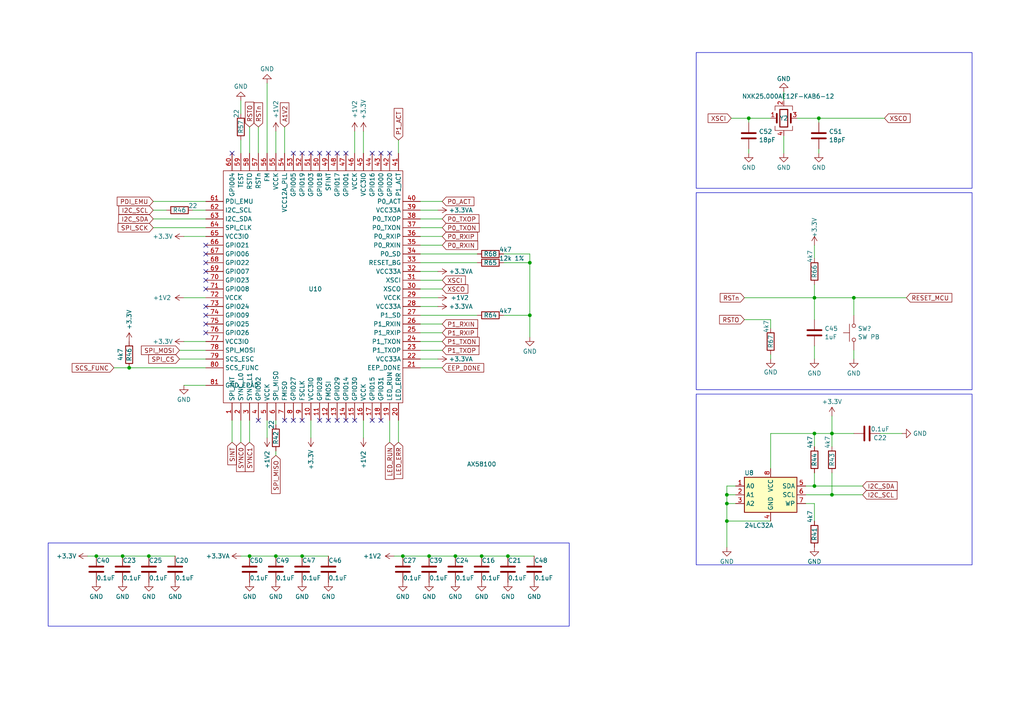
<source format=kicad_sch>
(kicad_sch (version 20230121) (generator eeschema)

  (uuid d01ee7a8-badb-421f-a195-8ebab99570c6)

  (paper "A4")

  (title_block
    (title "MetalMusings EaserCAT 3000")
  )

  (lib_symbols
    (symbol "Device:C" (pin_numbers hide) (pin_names (offset 0.254)) (in_bom yes) (on_board yes)
      (property "Reference" "C" (at 0.635 2.54 0)
        (effects (font (size 1.27 1.27)) (justify left))
      )
      (property "Value" "C" (at 0.635 -2.54 0)
        (effects (font (size 1.27 1.27)) (justify left))
      )
      (property "Footprint" "" (at 0.9652 -3.81 0)
        (effects (font (size 1.27 1.27)) hide)
      )
      (property "Datasheet" "~" (at 0 0 0)
        (effects (font (size 1.27 1.27)) hide)
      )
      (property "ki_keywords" "cap capacitor" (at 0 0 0)
        (effects (font (size 1.27 1.27)) hide)
      )
      (property "ki_description" "Unpolarized capacitor" (at 0 0 0)
        (effects (font (size 1.27 1.27)) hide)
      )
      (property "ki_fp_filters" "C_*" (at 0 0 0)
        (effects (font (size 1.27 1.27)) hide)
      )
      (symbol "C_0_1"
        (polyline
          (pts
            (xy -2.032 -0.762)
            (xy 2.032 -0.762)
          )
          (stroke (width 0.508) (type default))
          (fill (type none))
        )
        (polyline
          (pts
            (xy -2.032 0.762)
            (xy 2.032 0.762)
          )
          (stroke (width 0.508) (type default))
          (fill (type none))
        )
      )
      (symbol "C_1_1"
        (pin passive line (at 0 3.81 270) (length 2.794)
          (name "~" (effects (font (size 1.27 1.27))))
          (number "1" (effects (font (size 1.27 1.27))))
        )
        (pin passive line (at 0 -3.81 90) (length 2.794)
          (name "~" (effects (font (size 1.27 1.27))))
          (number "2" (effects (font (size 1.27 1.27))))
        )
      )
    )
    (symbol "Device:Crystal_GND24" (pin_names (offset 1.016) hide) (in_bom yes) (on_board yes)
      (property "Reference" "Y" (at 3.175 5.08 0)
        (effects (font (size 1.27 1.27)) (justify left))
      )
      (property "Value" "Crystal_GND24" (at 3.175 3.175 0)
        (effects (font (size 1.27 1.27)) (justify left))
      )
      (property "Footprint" "" (at 0 0 0)
        (effects (font (size 1.27 1.27)) hide)
      )
      (property "Datasheet" "~" (at 0 0 0)
        (effects (font (size 1.27 1.27)) hide)
      )
      (property "ki_keywords" "quartz ceramic resonator oscillator" (at 0 0 0)
        (effects (font (size 1.27 1.27)) hide)
      )
      (property "ki_description" "Four pin crystal, GND on pins 2 and 4" (at 0 0 0)
        (effects (font (size 1.27 1.27)) hide)
      )
      (property "ki_fp_filters" "Crystal*" (at 0 0 0)
        (effects (font (size 1.27 1.27)) hide)
      )
      (symbol "Crystal_GND24_0_1"
        (rectangle (start -1.143 2.54) (end 1.143 -2.54)
          (stroke (width 0.3048) (type default))
          (fill (type none))
        )
        (polyline
          (pts
            (xy -2.54 0)
            (xy -2.032 0)
          )
          (stroke (width 0) (type default))
          (fill (type none))
        )
        (polyline
          (pts
            (xy -2.032 -1.27)
            (xy -2.032 1.27)
          )
          (stroke (width 0.508) (type default))
          (fill (type none))
        )
        (polyline
          (pts
            (xy 0 -3.81)
            (xy 0 -3.556)
          )
          (stroke (width 0) (type default))
          (fill (type none))
        )
        (polyline
          (pts
            (xy 0 3.556)
            (xy 0 3.81)
          )
          (stroke (width 0) (type default))
          (fill (type none))
        )
        (polyline
          (pts
            (xy 2.032 -1.27)
            (xy 2.032 1.27)
          )
          (stroke (width 0.508) (type default))
          (fill (type none))
        )
        (polyline
          (pts
            (xy 2.032 0)
            (xy 2.54 0)
          )
          (stroke (width 0) (type default))
          (fill (type none))
        )
        (polyline
          (pts
            (xy -2.54 -2.286)
            (xy -2.54 -3.556)
            (xy 2.54 -3.556)
            (xy 2.54 -2.286)
          )
          (stroke (width 0) (type default))
          (fill (type none))
        )
        (polyline
          (pts
            (xy -2.54 2.286)
            (xy -2.54 3.556)
            (xy 2.54 3.556)
            (xy 2.54 2.286)
          )
          (stroke (width 0) (type default))
          (fill (type none))
        )
      )
      (symbol "Crystal_GND24_1_1"
        (pin passive line (at -3.81 0 0) (length 1.27)
          (name "1" (effects (font (size 1.27 1.27))))
          (number "1" (effects (font (size 1.27 1.27))))
        )
        (pin passive line (at 0 5.08 270) (length 1.27)
          (name "2" (effects (font (size 1.27 1.27))))
          (number "2" (effects (font (size 1.27 1.27))))
        )
        (pin passive line (at 3.81 0 180) (length 1.27)
          (name "3" (effects (font (size 1.27 1.27))))
          (number "3" (effects (font (size 1.27 1.27))))
        )
        (pin passive line (at 0 -5.08 90) (length 1.27)
          (name "4" (effects (font (size 1.27 1.27))))
          (number "4" (effects (font (size 1.27 1.27))))
        )
      )
    )
    (symbol "Device:R" (pin_numbers hide) (pin_names (offset 0)) (in_bom yes) (on_board yes)
      (property "Reference" "R" (at 2.032 0 90)
        (effects (font (size 1.27 1.27)))
      )
      (property "Value" "R" (at 0 0 90)
        (effects (font (size 1.27 1.27)))
      )
      (property "Footprint" "" (at -1.778 0 90)
        (effects (font (size 1.27 1.27)) hide)
      )
      (property "Datasheet" "~" (at 0 0 0)
        (effects (font (size 1.27 1.27)) hide)
      )
      (property "ki_keywords" "R res resistor" (at 0 0 0)
        (effects (font (size 1.27 1.27)) hide)
      )
      (property "ki_description" "Resistor" (at 0 0 0)
        (effects (font (size 1.27 1.27)) hide)
      )
      (property "ki_fp_filters" "R_*" (at 0 0 0)
        (effects (font (size 1.27 1.27)) hide)
      )
      (symbol "R_0_1"
        (rectangle (start -1.016 -2.54) (end 1.016 2.54)
          (stroke (width 0.254) (type default))
          (fill (type none))
        )
      )
      (symbol "R_1_1"
        (pin passive line (at 0 3.81 270) (length 1.27)
          (name "~" (effects (font (size 1.27 1.27))))
          (number "1" (effects (font (size 1.27 1.27))))
        )
        (pin passive line (at 0 -3.81 90) (length 1.27)
          (name "~" (effects (font (size 1.27 1.27))))
          (number "2" (effects (font (size 1.27 1.27))))
        )
      )
    )
    (symbol "HakansLibrary:AX58100" (in_bom yes) (on_board yes)
      (property "Reference" "U" (at 0 0 0)
        (effects (font (size 1.27 1.27)))
      )
      (property "Value" "" (at 0 0 0)
        (effects (font (size 1.27 1.27)))
      )
      (property "Footprint" "" (at 0 0 0)
        (effects (font (size 1.27 1.27)) hide)
      )
      (property "Datasheet" "" (at 0 0 0)
        (effects (font (size 1.27 1.27)) hide)
      )
      (symbol "AX58100_0_1"
        (rectangle (start -74.93 85.09) (end -22.86 17.78)
          (stroke (width 0) (type default))
          (fill (type none))
        )
      )
      (symbol "AX58100_1_0"
        (pin power_in line (at -80.01 22.86 0) (length 5.08)
          (name "GND_EPAD" (effects (font (size 1.27 1.27))))
          (number "81" (effects (font (size 1.27 1.27))))
        )
      )
      (symbol "AX58100_1_1"
        (pin output line (at -72.39 12.7 90) (length 5.08)
          (name "SPI_INT" (effects (font (size 1.27 1.27))))
          (number "1" (effects (font (size 1.27 1.27))))
        )
        (pin power_in line (at -49.53 12.7 90) (length 5.08)
          (name "VCC3IO" (effects (font (size 1.27 1.27))))
          (number "10" (effects (font (size 1.27 1.27))))
        )
        (pin bidirectional line (at -46.99 12.7 90) (length 5.08)
          (name "GPIO28" (effects (font (size 1.27 1.27))))
          (number "11" (effects (font (size 1.27 1.27))))
        )
        (pin input line (at -44.45 12.7 90) (length 5.08)
          (name "FMOSI" (effects (font (size 1.27 1.27))))
          (number "12" (effects (font (size 1.27 1.27))))
        )
        (pin bidirectional line (at -41.91 12.7 90) (length 5.08)
          (name "GPIO29" (effects (font (size 1.27 1.27))))
          (number "13" (effects (font (size 1.27 1.27))))
        )
        (pin bidirectional line (at -39.37 12.7 90) (length 5.08)
          (name "GPIO14" (effects (font (size 1.27 1.27))))
          (number "14" (effects (font (size 1.27 1.27))))
        )
        (pin bidirectional line (at -36.83 12.7 90) (length 5.08)
          (name "GPIO30" (effects (font (size 1.27 1.27))))
          (number "15" (effects (font (size 1.27 1.27))))
        )
        (pin power_in line (at -34.29 12.7 90) (length 5.08)
          (name "VCCK" (effects (font (size 1.27 1.27))))
          (number "16" (effects (font (size 1.27 1.27))))
        )
        (pin bidirectional line (at -31.75 12.7 90) (length 5.08)
          (name "GPIO15" (effects (font (size 1.27 1.27))))
          (number "17" (effects (font (size 1.27 1.27))))
        )
        (pin bidirectional line (at -29.21 12.7 90) (length 5.08)
          (name "GPIO31" (effects (font (size 1.27 1.27))))
          (number "18" (effects (font (size 1.27 1.27))))
        )
        (pin bidirectional line (at -26.67 12.7 90) (length 5.08)
          (name "LED_RUN" (effects (font (size 1.27 1.27))))
          (number "19" (effects (font (size 1.27 1.27))))
        )
        (pin bidirectional line (at -69.85 12.7 90) (length 5.08)
          (name "SYNC_L0" (effects (font (size 1.27 1.27))))
          (number "2" (effects (font (size 1.27 1.27))))
        )
        (pin bidirectional line (at -24.13 12.7 90) (length 5.08)
          (name "LED_ERR" (effects (font (size 1.27 1.27))))
          (number "20" (effects (font (size 1.27 1.27))))
        )
        (pin output line (at -17.78 27.94 180) (length 5.08)
          (name "EEP_DONE" (effects (font (size 1.27 1.27))))
          (number "21" (effects (font (size 1.27 1.27))))
        )
        (pin power_in line (at -17.78 30.48 180) (length 5.08)
          (name "VCC33A" (effects (font (size 1.27 1.27))))
          (number "22" (effects (font (size 1.27 1.27))))
        )
        (pin bidirectional line (at -17.78 33.02 180) (length 5.08)
          (name "P1_TXOP" (effects (font (size 1.27 1.27))))
          (number "23" (effects (font (size 1.27 1.27))))
        )
        (pin bidirectional line (at -17.78 35.56 180) (length 5.08)
          (name "P1_TXON" (effects (font (size 1.27 1.27))))
          (number "24" (effects (font (size 1.27 1.27))))
        )
        (pin bidirectional line (at -17.78 38.1 180) (length 5.08)
          (name "P1_RXIP" (effects (font (size 1.27 1.27))))
          (number "25" (effects (font (size 1.27 1.27))))
        )
        (pin bidirectional line (at -17.78 40.64 180) (length 5.08)
          (name "P1_RXIN" (effects (font (size 1.27 1.27))))
          (number "26" (effects (font (size 1.27 1.27))))
        )
        (pin bidirectional line (at -17.78 43.18 180) (length 5.08)
          (name "P1_SD" (effects (font (size 1.27 1.27))))
          (number "27" (effects (font (size 1.27 1.27))))
        )
        (pin power_in line (at -17.78 45.72 180) (length 5.08)
          (name "VCC33A" (effects (font (size 1.27 1.27))))
          (number "28" (effects (font (size 1.27 1.27))))
        )
        (pin power_in line (at -17.78 48.26 180) (length 5.08)
          (name "VCCK" (effects (font (size 1.27 1.27))))
          (number "29" (effects (font (size 1.27 1.27))))
        )
        (pin bidirectional line (at -67.31 12.7 90) (length 5.08)
          (name "SYNC_L1" (effects (font (size 1.27 1.27))))
          (number "3" (effects (font (size 1.27 1.27))))
        )
        (pin bidirectional line (at -17.78 50.8 180) (length 5.08)
          (name "XSCO" (effects (font (size 1.27 1.27))))
          (number "30" (effects (font (size 1.27 1.27))))
        )
        (pin input line (at -17.78 53.34 180) (length 5.08)
          (name "XSCI" (effects (font (size 1.27 1.27))))
          (number "31" (effects (font (size 1.27 1.27))))
        )
        (pin power_in line (at -17.78 55.88 180) (length 5.08)
          (name "VCC33A" (effects (font (size 1.27 1.27))))
          (number "32" (effects (font (size 1.27 1.27))))
        )
        (pin output line (at -17.78 58.42 180) (length 5.08)
          (name "RESET_BG" (effects (font (size 1.27 1.27))))
          (number "33" (effects (font (size 1.27 1.27))))
        )
        (pin bidirectional line (at -17.78 60.96 180) (length 5.08)
          (name "P0_SD" (effects (font (size 1.27 1.27))))
          (number "34" (effects (font (size 1.27 1.27))))
        )
        (pin bidirectional line (at -17.78 63.5 180) (length 5.08)
          (name "P0_RXIN" (effects (font (size 1.27 1.27))))
          (number "35" (effects (font (size 1.27 1.27))))
        )
        (pin bidirectional line (at -17.78 66.04 180) (length 5.08)
          (name "P0_RXIP" (effects (font (size 1.27 1.27))))
          (number "36" (effects (font (size 1.27 1.27))))
        )
        (pin bidirectional line (at -17.78 68.58 180) (length 5.08)
          (name "P0_TXON" (effects (font (size 1.27 1.27))))
          (number "37" (effects (font (size 1.27 1.27))))
        )
        (pin bidirectional line (at -17.78 71.12 180) (length 5.08)
          (name "P0_TXOP" (effects (font (size 1.27 1.27))))
          (number "38" (effects (font (size 1.27 1.27))))
        )
        (pin power_in line (at -17.78 73.66 180) (length 5.08)
          (name "VCC33A" (effects (font (size 1.27 1.27))))
          (number "39" (effects (font (size 1.27 1.27))))
        )
        (pin bidirectional line (at -64.77 12.7 90) (length 5.08)
          (name "GPIO02" (effects (font (size 1.27 1.27))))
          (number "4" (effects (font (size 1.27 1.27))))
        )
        (pin bidirectional line (at -17.78 76.2 180) (length 5.08)
          (name "P0_ACT" (effects (font (size 1.27 1.27))))
          (number "40" (effects (font (size 1.27 1.27))))
        )
        (pin input line (at -24.13 90.17 270) (length 5.08)
          (name "P1_ACT" (effects (font (size 1.27 1.27))))
          (number "41" (effects (font (size 1.27 1.27))))
        )
        (pin bidirectional line (at -26.67 90.17 270) (length 5.08)
          (name "GPIO20" (effects (font (size 1.27 1.27))))
          (number "42" (effects (font (size 1.27 1.27))))
        )
        (pin bidirectional line (at -29.21 90.17 270) (length 5.08)
          (name "GPIO00" (effects (font (size 1.27 1.27))))
          (number "43" (effects (font (size 1.27 1.27))))
        )
        (pin bidirectional line (at -31.75 90.17 270) (length 5.08)
          (name "GPIO16" (effects (font (size 1.27 1.27))))
          (number "44" (effects (font (size 1.27 1.27))))
        )
        (pin power_in line (at -34.29 90.17 270) (length 5.08)
          (name "VCC3IO" (effects (font (size 1.27 1.27))))
          (number "45" (effects (font (size 1.27 1.27))))
        )
        (pin power_in line (at -36.83 90.17 270) (length 5.08)
          (name "VCCK" (effects (font (size 1.27 1.27))))
          (number "46" (effects (font (size 1.27 1.27))))
        )
        (pin bidirectional line (at -39.37 90.17 270) (length 5.08)
          (name "GPIO01" (effects (font (size 1.27 1.27))))
          (number "47" (effects (font (size 1.27 1.27))))
        )
        (pin bidirectional line (at -41.91 90.17 270) (length 5.08)
          (name "GPIO17" (effects (font (size 1.27 1.27))))
          (number "48" (effects (font (size 1.27 1.27))))
        )
        (pin output line (at -44.45 90.17 270) (length 5.08)
          (name "SFINT" (effects (font (size 1.27 1.27))))
          (number "49" (effects (font (size 1.27 1.27))))
        )
        (pin power_in line (at -62.23 12.7 90) (length 5.08)
          (name "VCCK" (effects (font (size 1.27 1.27))))
          (number "5" (effects (font (size 1.27 1.27))))
        )
        (pin bidirectional line (at -46.99 90.17 270) (length 5.08)
          (name "GPIO18" (effects (font (size 1.27 1.27))))
          (number "50" (effects (font (size 1.27 1.27))))
        )
        (pin passive line (at -49.53 90.17 270) (length 5.08)
          (name "GPIO03" (effects (font (size 1.27 1.27))))
          (number "51" (effects (font (size 1.27 1.27))))
        )
        (pin bidirectional line (at -52.07 90.17 270) (length 5.08)
          (name "GPIO19" (effects (font (size 1.27 1.27))))
          (number "52" (effects (font (size 1.27 1.27))))
        )
        (pin bidirectional line (at -54.61 90.17 270) (length 5.08)
          (name "GPIO05" (effects (font (size 1.27 1.27))))
          (number "53" (effects (font (size 1.27 1.27))))
        )
        (pin power_in line (at -57.15 90.17 270) (length 5.08)
          (name "VCC12A_PLL" (effects (font (size 1.27 1.27))))
          (number "54" (effects (font (size 1.27 1.27))))
        )
        (pin power_in line (at -59.69 90.17 270) (length 5.08)
          (name "VCCK" (effects (font (size 1.27 1.27))))
          (number "55" (effects (font (size 1.27 1.27))))
        )
        (pin input line (at -62.23 90.17 270) (length 5.08)
          (name "FM" (effects (font (size 1.27 1.27))))
          (number "56" (effects (font (size 1.27 1.27))))
        )
        (pin input line (at -64.77 90.17 270) (length 5.08)
          (name "RSTn" (effects (font (size 1.27 1.27))))
          (number "57" (effects (font (size 1.27 1.27))))
        )
        (pin output line (at -67.31 90.17 270) (length 5.08)
          (name "RSTO" (effects (font (size 1.27 1.27))))
          (number "58" (effects (font (size 1.27 1.27))))
        )
        (pin input line (at -69.85 90.17 270) (length 5.08)
          (name "TEST" (effects (font (size 1.27 1.27))))
          (number "59" (effects (font (size 1.27 1.27))))
        )
        (pin output line (at -59.69 12.7 90) (length 5.08)
          (name "SPI_MISO" (effects (font (size 1.27 1.27))))
          (number "6" (effects (font (size 1.27 1.27))))
        )
        (pin bidirectional line (at -72.39 90.17 270) (length 5.08)
          (name "GPIO04" (effects (font (size 1.27 1.27))))
          (number "60" (effects (font (size 1.27 1.27))))
        )
        (pin input line (at -80.01 76.2 0) (length 5.08)
          (name "PDI_EMU" (effects (font (size 1.27 1.27))))
          (number "61" (effects (font (size 1.27 1.27))))
        )
        (pin output line (at -80.01 73.66 0) (length 5.08)
          (name "I2C_SCL" (effects (font (size 1.27 1.27))))
          (number "62" (effects (font (size 1.27 1.27))))
        )
        (pin bidirectional line (at -80.01 71.12 0) (length 5.08)
          (name "I2C_SDA" (effects (font (size 1.27 1.27))))
          (number "63" (effects (font (size 1.27 1.27))))
        )
        (pin input line (at -80.01 68.58 0) (length 5.08)
          (name "SPI_CLK" (effects (font (size 1.27 1.27))))
          (number "64" (effects (font (size 1.27 1.27))))
        )
        (pin power_in line (at -80.01 66.04 0) (length 5.08)
          (name "VCC3IO" (effects (font (size 1.27 1.27))))
          (number "65" (effects (font (size 1.27 1.27))))
        )
        (pin bidirectional line (at -80.01 63.5 0) (length 5.08)
          (name "GPIO21" (effects (font (size 1.27 1.27))))
          (number "66" (effects (font (size 1.27 1.27))))
        )
        (pin bidirectional line (at -80.01 60.96 0) (length 5.08)
          (name "GPIO06" (effects (font (size 1.27 1.27))))
          (number "67" (effects (font (size 1.27 1.27))))
        )
        (pin bidirectional line (at -80.01 58.42 0) (length 5.08)
          (name "GPIO22" (effects (font (size 1.27 1.27))))
          (number "68" (effects (font (size 1.27 1.27))))
        )
        (pin bidirectional line (at -80.01 55.88 0) (length 5.08)
          (name "GPIO07" (effects (font (size 1.27 1.27))))
          (number "69" (effects (font (size 1.27 1.27))))
        )
        (pin output line (at -57.15 12.7 90) (length 5.08)
          (name "FMISO" (effects (font (size 1.27 1.27))))
          (number "7" (effects (font (size 1.27 1.27))))
        )
        (pin bidirectional line (at -80.01 53.34 0) (length 5.08)
          (name "GPIO23" (effects (font (size 1.27 1.27))))
          (number "70" (effects (font (size 1.27 1.27))))
        )
        (pin bidirectional line (at -80.01 50.8 0) (length 5.08)
          (name "GPIO08" (effects (font (size 1.27 1.27))))
          (number "71" (effects (font (size 1.27 1.27))))
        )
        (pin power_in line (at -80.01 48.26 0) (length 5.08)
          (name "VCCK" (effects (font (size 1.27 1.27))))
          (number "72" (effects (font (size 1.27 1.27))))
        )
        (pin bidirectional line (at -80.01 45.72 0) (length 5.08)
          (name "GPIO24" (effects (font (size 1.27 1.27))))
          (number "73" (effects (font (size 1.27 1.27))))
        )
        (pin bidirectional line (at -80.01 43.18 0) (length 5.08)
          (name "GPIO09" (effects (font (size 1.27 1.27))))
          (number "74" (effects (font (size 1.27 1.27))))
        )
        (pin bidirectional line (at -80.01 40.64 0) (length 5.08)
          (name "GPIO25" (effects (font (size 1.27 1.27))))
          (number "75" (effects (font (size 1.27 1.27))))
        )
        (pin bidirectional line (at -80.01 38.1 0) (length 5.08)
          (name "GPIO26" (effects (font (size 1.27 1.27))))
          (number "76" (effects (font (size 1.27 1.27))))
        )
        (pin power_in line (at -80.01 35.56 0) (length 5.08)
          (name "VCC3IO" (effects (font (size 1.27 1.27))))
          (number "77" (effects (font (size 1.27 1.27))))
        )
        (pin input line (at -80.01 33.02 0) (length 5.08)
          (name "SPI_MOSI" (effects (font (size 1.27 1.27))))
          (number "78" (effects (font (size 1.27 1.27))))
        )
        (pin input line (at -80.01 30.48 0) (length 5.08)
          (name "SCS_ESC" (effects (font (size 1.27 1.27))))
          (number "79" (effects (font (size 1.27 1.27))))
        )
        (pin bidirectional line (at -54.61 12.7 90) (length 5.08)
          (name "GPIO27" (effects (font (size 1.27 1.27))))
          (number "8" (effects (font (size 1.27 1.27))))
        )
        (pin input line (at -80.01 27.94 0) (length 5.08)
          (name "SCS_FUNC" (effects (font (size 1.27 1.27))))
          (number "80" (effects (font (size 1.27 1.27))))
        )
        (pin input line (at -52.07 12.7 90) (length 5.08)
          (name "FSCLK" (effects (font (size 1.27 1.27))))
          (number "9" (effects (font (size 1.27 1.27))))
        )
      )
    )
    (symbol "Memory_EEPROM:AT24CS32-SSHM" (in_bom yes) (on_board yes)
      (property "Reference" "U" (at -7.62 6.35 0)
        (effects (font (size 1.27 1.27)))
      )
      (property "Value" "AT24CS32-SSHM" (at 2.54 -6.35 0)
        (effects (font (size 1.27 1.27)) (justify left))
      )
      (property "Footprint" "Package_SO:SOIC-8_3.9x4.9mm_P1.27mm" (at 0 0 0)
        (effects (font (size 1.27 1.27)) hide)
      )
      (property "Datasheet" "http://ww1.microchip.com/downloads/en/DeviceDoc/Atmel-8869-SEEPROM-AT24CS32-Datasheet.pdf" (at 0 0 0)
        (effects (font (size 1.27 1.27)) hide)
      )
      (property "ki_keywords" "I2C Serial EEPROM Nonvolatile Memory" (at 0 0 0)
        (effects (font (size 1.27 1.27)) hide)
      )
      (property "ki_description" "I2C Serial EEPROM, 32Kb (4096x8) with Unique Serial Number, SO8" (at 0 0 0)
        (effects (font (size 1.27 1.27)) hide)
      )
      (property "ki_fp_filters" "SOIC*3.9x4.9mm*P1.27mm*" (at 0 0 0)
        (effects (font (size 1.27 1.27)) hide)
      )
      (symbol "AT24CS32-SSHM_1_1"
        (rectangle (start -7.62 5.08) (end 7.62 -5.08)
          (stroke (width 0.254) (type default))
          (fill (type background))
        )
        (pin input line (at -10.16 2.54 0) (length 2.54)
          (name "A0" (effects (font (size 1.27 1.27))))
          (number "1" (effects (font (size 1.27 1.27))))
        )
        (pin input line (at -10.16 0 0) (length 2.54)
          (name "A1" (effects (font (size 1.27 1.27))))
          (number "2" (effects (font (size 1.27 1.27))))
        )
        (pin input line (at -10.16 -2.54 0) (length 2.54)
          (name "A2" (effects (font (size 1.27 1.27))))
          (number "3" (effects (font (size 1.27 1.27))))
        )
        (pin power_in line (at 0 -7.62 90) (length 2.54)
          (name "GND" (effects (font (size 1.27 1.27))))
          (number "4" (effects (font (size 1.27 1.27))))
        )
        (pin bidirectional line (at 10.16 2.54 180) (length 2.54)
          (name "SDA" (effects (font (size 1.27 1.27))))
          (number "5" (effects (font (size 1.27 1.27))))
        )
        (pin input line (at 10.16 0 180) (length 2.54)
          (name "SCL" (effects (font (size 1.27 1.27))))
          (number "6" (effects (font (size 1.27 1.27))))
        )
        (pin input line (at 10.16 -2.54 180) (length 2.54)
          (name "WP" (effects (font (size 1.27 1.27))))
          (number "7" (effects (font (size 1.27 1.27))))
        )
        (pin power_in line (at 0 7.62 270) (length 2.54)
          (name "VCC" (effects (font (size 1.27 1.27))))
          (number "8" (effects (font (size 1.27 1.27))))
        )
      )
    )
    (symbol "Switch:SW_Push" (pin_numbers hide) (pin_names (offset 1.016) hide) (in_bom yes) (on_board yes)
      (property "Reference" "SW" (at 1.27 2.54 0)
        (effects (font (size 1.27 1.27)) (justify left))
      )
      (property "Value" "SW_Push" (at 0 -1.524 0)
        (effects (font (size 1.27 1.27)))
      )
      (property "Footprint" "" (at 0 5.08 0)
        (effects (font (size 1.27 1.27)) hide)
      )
      (property "Datasheet" "~" (at 0 5.08 0)
        (effects (font (size 1.27 1.27)) hide)
      )
      (property "ki_keywords" "switch normally-open pushbutton push-button" (at 0 0 0)
        (effects (font (size 1.27 1.27)) hide)
      )
      (property "ki_description" "Push button switch, generic, two pins" (at 0 0 0)
        (effects (font (size 1.27 1.27)) hide)
      )
      (symbol "SW_Push_0_1"
        (circle (center -2.032 0) (radius 0.508)
          (stroke (width 0) (type default))
          (fill (type none))
        )
        (polyline
          (pts
            (xy 0 1.27)
            (xy 0 3.048)
          )
          (stroke (width 0) (type default))
          (fill (type none))
        )
        (polyline
          (pts
            (xy 2.54 1.27)
            (xy -2.54 1.27)
          )
          (stroke (width 0) (type default))
          (fill (type none))
        )
        (circle (center 2.032 0) (radius 0.508)
          (stroke (width 0) (type default))
          (fill (type none))
        )
        (pin passive line (at -5.08 0 0) (length 2.54)
          (name "1" (effects (font (size 1.27 1.27))))
          (number "1" (effects (font (size 1.27 1.27))))
        )
        (pin passive line (at 5.08 0 180) (length 2.54)
          (name "2" (effects (font (size 1.27 1.27))))
          (number "2" (effects (font (size 1.27 1.27))))
        )
      )
    )
    (symbol "power:+1V2" (power) (pin_names (offset 0)) (in_bom yes) (on_board yes)
      (property "Reference" "#PWR" (at 0 -3.81 0)
        (effects (font (size 1.27 1.27)) hide)
      )
      (property "Value" "+1V2" (at 0 3.556 0)
        (effects (font (size 1.27 1.27)))
      )
      (property "Footprint" "" (at 0 0 0)
        (effects (font (size 1.27 1.27)) hide)
      )
      (property "Datasheet" "" (at 0 0 0)
        (effects (font (size 1.27 1.27)) hide)
      )
      (property "ki_keywords" "global power" (at 0 0 0)
        (effects (font (size 1.27 1.27)) hide)
      )
      (property "ki_description" "Power symbol creates a global label with name \"+1V2\"" (at 0 0 0)
        (effects (font (size 1.27 1.27)) hide)
      )
      (symbol "+1V2_0_1"
        (polyline
          (pts
            (xy -0.762 1.27)
            (xy 0 2.54)
          )
          (stroke (width 0) (type default))
          (fill (type none))
        )
        (polyline
          (pts
            (xy 0 0)
            (xy 0 2.54)
          )
          (stroke (width 0) (type default))
          (fill (type none))
        )
        (polyline
          (pts
            (xy 0 2.54)
            (xy 0.762 1.27)
          )
          (stroke (width 0) (type default))
          (fill (type none))
        )
      )
      (symbol "+1V2_1_1"
        (pin power_in line (at 0 0 90) (length 0) hide
          (name "+1V2" (effects (font (size 1.27 1.27))))
          (number "1" (effects (font (size 1.27 1.27))))
        )
      )
    )
    (symbol "power:+3.3V" (power) (pin_names (offset 0)) (in_bom yes) (on_board yes)
      (property "Reference" "#PWR" (at 0 -3.81 0)
        (effects (font (size 1.27 1.27)) hide)
      )
      (property "Value" "+3.3V" (at 0 3.556 0)
        (effects (font (size 1.27 1.27)))
      )
      (property "Footprint" "" (at 0 0 0)
        (effects (font (size 1.27 1.27)) hide)
      )
      (property "Datasheet" "" (at 0 0 0)
        (effects (font (size 1.27 1.27)) hide)
      )
      (property "ki_keywords" "global power" (at 0 0 0)
        (effects (font (size 1.27 1.27)) hide)
      )
      (property "ki_description" "Power symbol creates a global label with name \"+3.3V\"" (at 0 0 0)
        (effects (font (size 1.27 1.27)) hide)
      )
      (symbol "+3.3V_0_1"
        (polyline
          (pts
            (xy -0.762 1.27)
            (xy 0 2.54)
          )
          (stroke (width 0) (type default))
          (fill (type none))
        )
        (polyline
          (pts
            (xy 0 0)
            (xy 0 2.54)
          )
          (stroke (width 0) (type default))
          (fill (type none))
        )
        (polyline
          (pts
            (xy 0 2.54)
            (xy 0.762 1.27)
          )
          (stroke (width 0) (type default))
          (fill (type none))
        )
      )
      (symbol "+3.3V_1_1"
        (pin power_in line (at 0 0 90) (length 0) hide
          (name "+3.3V" (effects (font (size 1.27 1.27))))
          (number "1" (effects (font (size 1.27 1.27))))
        )
      )
    )
    (symbol "power:+3.3VA" (power) (pin_names (offset 0)) (in_bom yes) (on_board yes)
      (property "Reference" "#PWR" (at 0 -3.81 0)
        (effects (font (size 1.27 1.27)) hide)
      )
      (property "Value" "+3.3VA" (at 0 3.556 0)
        (effects (font (size 1.27 1.27)))
      )
      (property "Footprint" "" (at 0 0 0)
        (effects (font (size 1.27 1.27)) hide)
      )
      (property "Datasheet" "" (at 0 0 0)
        (effects (font (size 1.27 1.27)) hide)
      )
      (property "ki_keywords" "global power" (at 0 0 0)
        (effects (font (size 1.27 1.27)) hide)
      )
      (property "ki_description" "Power symbol creates a global label with name \"+3.3VA\"" (at 0 0 0)
        (effects (font (size 1.27 1.27)) hide)
      )
      (symbol "+3.3VA_0_1"
        (polyline
          (pts
            (xy -0.762 1.27)
            (xy 0 2.54)
          )
          (stroke (width 0) (type default))
          (fill (type none))
        )
        (polyline
          (pts
            (xy 0 0)
            (xy 0 2.54)
          )
          (stroke (width 0) (type default))
          (fill (type none))
        )
        (polyline
          (pts
            (xy 0 2.54)
            (xy 0.762 1.27)
          )
          (stroke (width 0) (type default))
          (fill (type none))
        )
      )
      (symbol "+3.3VA_1_1"
        (pin power_in line (at 0 0 90) (length 0) hide
          (name "+3.3VA" (effects (font (size 1.27 1.27))))
          (number "1" (effects (font (size 1.27 1.27))))
        )
      )
    )
    (symbol "power:GND" (power) (pin_names (offset 0)) (in_bom yes) (on_board yes)
      (property "Reference" "#PWR" (at 0 -6.35 0)
        (effects (font (size 1.27 1.27)) hide)
      )
      (property "Value" "GND" (at 0 -3.81 0)
        (effects (font (size 1.27 1.27)))
      )
      (property "Footprint" "" (at 0 0 0)
        (effects (font (size 1.27 1.27)) hide)
      )
      (property "Datasheet" "" (at 0 0 0)
        (effects (font (size 1.27 1.27)) hide)
      )
      (property "ki_keywords" "global power" (at 0 0 0)
        (effects (font (size 1.27 1.27)) hide)
      )
      (property "ki_description" "Power symbol creates a global label with name \"GND\" , ground" (at 0 0 0)
        (effects (font (size 1.27 1.27)) hide)
      )
      (symbol "GND_0_1"
        (polyline
          (pts
            (xy 0 0)
            (xy 0 -1.27)
            (xy 1.27 -1.27)
            (xy 0 -2.54)
            (xy -1.27 -1.27)
            (xy 0 -1.27)
          )
          (stroke (width 0) (type default))
          (fill (type none))
        )
      )
      (symbol "GND_1_1"
        (pin power_in line (at 0 0 270) (length 0) hide
          (name "GND" (effects (font (size 1.27 1.27))))
          (number "1" (effects (font (size 1.27 1.27))))
        )
      )
    )
  )

  (junction (at 236.22 125.73) (diameter 0) (color 0 0 0 0)
    (uuid 0a5235fe-d0f4-420a-9560-6dd1ccdea44f)
  )
  (junction (at 217.17 34.29) (diameter 0) (color 0 0 0 0)
    (uuid 17085ee2-ab44-4709-a5bf-270ceae66d7d)
  )
  (junction (at 124.46 161.29) (diameter 0) (color 0 0 0 0)
    (uuid 1b1ffde0-61b2-4256-8eae-0e92266a923a)
  )
  (junction (at 153.67 76.2) (diameter 0) (color 0 0 0 0)
    (uuid 1d94dd01-6dce-414e-82ad-3ac082fe20b1)
  )
  (junction (at 37.465 106.68) (diameter 0) (color 0 0 0 0)
    (uuid 1f401ea1-91c2-4b1c-8946-0cebb61cc079)
  )
  (junction (at 241.3 125.73) (diameter 0) (color 0 0 0 0)
    (uuid 24742ea1-03d5-4527-95f5-a7eea04d187b)
  )
  (junction (at 236.22 86.36) (diameter 0) (color 0 0 0 0)
    (uuid 2a65f1ec-1805-4e15-b211-525d5c3ea161)
  )
  (junction (at 236.22 140.97) (diameter 0) (color 0 0 0 0)
    (uuid 311f693d-f584-4886-af7a-ac8fa87a5459)
  )
  (junction (at 87.63 161.29) (diameter 0) (color 0 0 0 0)
    (uuid 459cb36e-c919-41a8-9849-d33d3cf3a3ab)
  )
  (junction (at 27.94 161.29) (diameter 0) (color 0 0 0 0)
    (uuid 4e4c8166-269b-4ae6-9196-ef65ad6f40a6)
  )
  (junction (at 139.7 161.29) (diameter 0) (color 0 0 0 0)
    (uuid 518638a7-6bbd-4b1a-9b2a-cce11baa340f)
  )
  (junction (at 116.84 161.29) (diameter 0) (color 0 0 0 0)
    (uuid 5e09a34a-7b17-4a2b-90a4-8bfc1cabaf5f)
  )
  (junction (at 210.82 143.51) (diameter 0) (color 0 0 0 0)
    (uuid 67a18ab4-38eb-4cf0-b629-7d4f44440338)
  )
  (junction (at 72.39 161.29) (diameter 0) (color 0 0 0 0)
    (uuid 73c5d438-4432-4531-ac18-515e2a295d56)
  )
  (junction (at 241.3 143.51) (diameter 0) (color 0 0 0 0)
    (uuid 7aced3ce-c005-4d88-9a12-1925ac4397fa)
  )
  (junction (at 153.67 91.44) (diameter 0) (color 0 0 0 0)
    (uuid 99917e2e-1e40-4f4a-99a8-4c34fbd78fdf)
  )
  (junction (at 147.32 161.29) (diameter 0) (color 0 0 0 0)
    (uuid a231cb60-0cad-446a-9f03-97fe667dfe62)
  )
  (junction (at 247.65 86.36) (diameter 0) (color 0 0 0 0)
    (uuid a615565b-f9c0-4d64-9d25-cfbf8b1b8c17)
  )
  (junction (at 80.01 161.29) (diameter 0) (color 0 0 0 0)
    (uuid ae7957f9-f534-41d0-a753-56caa3c754bf)
  )
  (junction (at 237.49 34.29) (diameter 0) (color 0 0 0 0)
    (uuid c0b2a015-9e09-4b84-a8db-3e0bb525f769)
  )
  (junction (at 35.56 161.29) (diameter 0) (color 0 0 0 0)
    (uuid caba9587-a93b-48be-9f22-46de7040b109)
  )
  (junction (at 132.08 161.29) (diameter 0) (color 0 0 0 0)
    (uuid da4bb6a4-2f3c-483c-89d5-98eab6f4825a)
  )
  (junction (at 43.18 161.29) (diameter 0) (color 0 0 0 0)
    (uuid e9be516d-f9ef-42ce-8a9c-f494160f831d)
  )
  (junction (at 210.82 146.05) (diameter 0) (color 0 0 0 0)
    (uuid eaf169ee-6223-4611-8993-ed3e0b7aaec9)
  )
  (junction (at 210.82 151.13) (diameter 0) (color 0 0 0 0)
    (uuid faab8082-b421-4936-8c29-d2204fb190fc)
  )

  (no_connect (at 85.09 121.92) (uuid 03582372-7a88-4dc8-b70a-ae5c9d9f5b9a))
  (no_connect (at 87.63 121.92) (uuid 04e36fae-2fa9-48ac-a272-64ef16d0e780))
  (no_connect (at 59.69 83.82) (uuid 058de604-e96a-49cf-a6be-6c42925562f3))
  (no_connect (at 59.69 91.44) (uuid 08886f01-e77c-4362-a629-2c438cc27a63))
  (no_connect (at 59.69 81.28) (uuid 18f52e10-e495-4347-acf1-89bfe8639768))
  (no_connect (at 85.09 44.45) (uuid 240f3c27-2110-43f9-a808-ae20464ef694))
  (no_connect (at 67.31 44.45) (uuid 2af2109d-c939-4ead-af49-a424852e6172))
  (no_connect (at 59.69 71.12) (uuid 2f2848fd-d350-4fe2-87cd-fc2cc311b844))
  (no_connect (at 100.33 44.45) (uuid 31944800-0220-4d45-9fc5-8988659e74fe))
  (no_connect (at 59.69 96.52) (uuid 3a0b54b2-bb15-4518-ad60-3e64ff13a2e8))
  (no_connect (at 113.03 44.45) (uuid 4b7cfe5b-f660-4679-9ef1-b97e92bc3c36))
  (no_connect (at 110.49 121.92) (uuid 54385480-26fd-4975-aa62-b22124f5d1b5))
  (no_connect (at 74.93 121.92) (uuid 5bcd07e5-9083-426a-a5d3-af6bf2d9a1d6))
  (no_connect (at 87.63 44.45) (uuid 64a80b79-cebd-4ffe-b46e-e61b58b2183d))
  (no_connect (at 95.25 44.45) (uuid 694a30c6-a7b1-4241-a162-df183afc2497))
  (no_connect (at 100.33 121.92) (uuid 76fc4185-45ad-47ae-a93a-b175c52404bb))
  (no_connect (at 95.25 121.92) (uuid 8812957d-039a-4ea4-af3f-52ce66a981f6))
  (no_connect (at 92.71 121.92) (uuid 8f5462c5-90d8-4d03-b113-1a67d2fbbfb4))
  (no_connect (at 97.79 44.45) (uuid 97fd1361-0026-4642-bcc4-b9d12ff1e962))
  (no_connect (at 59.69 76.2) (uuid 99645fbb-a256-49e6-b054-3d35c51aff78))
  (no_connect (at 82.55 121.92) (uuid 9d90f53c-e89c-413f-9a52-078258e8132a))
  (no_connect (at 107.95 121.92) (uuid a7b86ea2-55cf-4be8-a2c1-f18865c887f8))
  (no_connect (at 59.69 73.66) (uuid af074485-35ea-422a-94b3-bce6a32cfb11))
  (no_connect (at 110.49 44.45) (uuid baf6f094-61dd-49ff-866c-cbe4e6117fb4))
  (no_connect (at 97.79 121.92) (uuid bdf35d6b-f636-4be1-8c42-11a0fa301e43))
  (no_connect (at 107.95 44.45) (uuid bdfa3fbe-e787-4953-9ced-2f259a07d907))
  (no_connect (at 102.87 121.92) (uuid d11dd1ab-6cfc-4e71-b53f-f1d9df4c8669))
  (no_connect (at 59.69 93.98) (uuid d1e03a74-825f-4efb-8a7a-f4ee7ff18474))
  (no_connect (at 59.69 78.74) (uuid e0ca855f-0283-42db-913f-eb2685ade921))
  (no_connect (at 92.71 44.45) (uuid e2dafc7d-664a-49c3-a78a-870e04a8e028))
  (no_connect (at 59.69 88.9) (uuid ebb7839a-eced-476b-97e1-b0db9fb869a5))
  (no_connect (at 90.17 44.45) (uuid fa72b806-ea2f-445f-8bbe-ff5f49fe49af))

  (wire (pts (xy 44.45 58.42) (xy 59.69 58.42))
    (stroke (width 0) (type default))
    (uuid 0661466e-b1cf-459f-9610-fe6f7ab50f2f)
  )
  (wire (pts (xy 87.63 161.29) (xy 95.25 161.29))
    (stroke (width 0) (type default))
    (uuid 080445ef-121f-457a-8eb8-c01d133144f1)
  )
  (wire (pts (xy 127 60.96) (xy 121.92 60.96))
    (stroke (width 0) (type default))
    (uuid 0b164e35-60db-4fd7-9c70-50773f31c89c)
  )
  (wire (pts (xy 121.92 106.68) (xy 128.27 106.68))
    (stroke (width 0) (type default))
    (uuid 0cc2dfd8-1e97-4952-babd-8fbbbafc0d63)
  )
  (wire (pts (xy 127 86.36) (xy 121.92 86.36))
    (stroke (width 0) (type default))
    (uuid 0cd43ee8-7dba-4c49-82e1-26ad23998744)
  )
  (wire (pts (xy 138.43 76.2) (xy 121.92 76.2))
    (stroke (width 0) (type default))
    (uuid 0d22e0f2-b460-4b38-bd52-0fd1b6149a2d)
  )
  (wire (pts (xy 69.85 29.21) (xy 69.85 33.02))
    (stroke (width 0) (type default))
    (uuid 1089a63d-cc51-42a5-9e82-ae833def9b39)
  )
  (wire (pts (xy 247.65 86.36) (xy 262.89 86.36))
    (stroke (width 0) (type default))
    (uuid 11074601-6391-4aa4-bc8b-e295b30652ef)
  )
  (wire (pts (xy 236.22 104.14) (xy 236.22 100.33))
    (stroke (width 0) (type default))
    (uuid 123d2517-3309-4416-8a1a-5c55c648b646)
  )
  (wire (pts (xy 241.3 143.51) (xy 250.19 143.51))
    (stroke (width 0) (type default))
    (uuid 14221c0e-c601-43b2-933b-b5680988fbd1)
  )
  (wire (pts (xy 247.65 125.73) (xy 241.3 125.73))
    (stroke (width 0) (type default))
    (uuid 15082dba-b861-419c-abc6-0572bbd53413)
  )
  (wire (pts (xy 53.34 99.06) (xy 59.69 99.06))
    (stroke (width 0) (type default))
    (uuid 154cb437-9b6b-47b6-b250-7a770c3e34dd)
  )
  (wire (pts (xy 105.41 127) (xy 105.41 121.92))
    (stroke (width 0) (type default))
    (uuid 16b5788e-c8d6-4de2-9384-d078164e9680)
  )
  (wire (pts (xy 44.45 60.96) (xy 48.26 60.96))
    (stroke (width 0) (type default))
    (uuid 17e72e0d-995c-4ab6-b0fc-394979f83014)
  )
  (wire (pts (xy 128.27 71.12) (xy 121.92 71.12))
    (stroke (width 0) (type default))
    (uuid 19571281-1526-44cc-b8dd-fa49c4a096bd)
  )
  (wire (pts (xy 128.27 93.98) (xy 121.92 93.98))
    (stroke (width 0) (type default))
    (uuid 1e589d7e-64a5-4b06-bfee-92a0dd2e9c63)
  )
  (wire (pts (xy 227.33 44.45) (xy 227.33 39.37))
    (stroke (width 0) (type default))
    (uuid 1e6ddb81-465a-439b-8010-9e4a98e2041d)
  )
  (wire (pts (xy 35.56 161.29) (xy 43.18 161.29))
    (stroke (width 0) (type default))
    (uuid 20c17c6d-0798-480f-895f-e37937f2bfd2)
  )
  (wire (pts (xy 261.62 125.73) (xy 255.27 125.73))
    (stroke (width 0) (type default))
    (uuid 24a28ebf-aa7a-413b-b3be-2477173112d1)
  )
  (wire (pts (xy 82.55 36.83) (xy 82.55 44.45))
    (stroke (width 0) (type default))
    (uuid 24b5c9de-f3c8-4eb9-8565-b7c0c05c131d)
  )
  (wire (pts (xy 105.41 38.1) (xy 105.41 44.45))
    (stroke (width 0) (type default))
    (uuid 2ae0d641-7030-456d-81e8-f042184624dd)
  )
  (wire (pts (xy 128.27 96.52) (xy 121.92 96.52))
    (stroke (width 0) (type default))
    (uuid 2cbf219c-0172-4aa5-88a4-0e38cd409c07)
  )
  (wire (pts (xy 25.4 161.29) (xy 27.94 161.29))
    (stroke (width 0) (type default))
    (uuid 2f1d5b89-3fae-4ed8-b9cc-07e1400eaf2a)
  )
  (wire (pts (xy 146.05 76.2) (xy 153.67 76.2))
    (stroke (width 0) (type default))
    (uuid 327af36b-3cb7-4fbf-be27-06dfb04b3976)
  )
  (wire (pts (xy 215.9 92.71) (xy 223.52 92.71))
    (stroke (width 0) (type default))
    (uuid 329bb402-dfdb-48ca-96e4-cd8113da5fed)
  )
  (wire (pts (xy 44.45 66.04) (xy 59.69 66.04))
    (stroke (width 0) (type default))
    (uuid 3ec5c533-9953-4224-b74b-0735dd26a008)
  )
  (wire (pts (xy 128.27 58.42) (xy 121.92 58.42))
    (stroke (width 0) (type default))
    (uuid 414e8104-3211-4d5f-866e-b0e1e1789d18)
  )
  (wire (pts (xy 77.47 127) (xy 77.47 121.92))
    (stroke (width 0) (type default))
    (uuid 43f14400-538e-4026-a845-8346b773579a)
  )
  (wire (pts (xy 237.49 34.29) (xy 237.49 35.56))
    (stroke (width 0) (type default))
    (uuid 4477e5c1-e12b-4293-b6ec-b4d7df2af018)
  )
  (wire (pts (xy 237.49 44.45) (xy 237.49 43.18))
    (stroke (width 0) (type default))
    (uuid 45c4e4fa-60d9-4a1c-abb5-eeb12156540c)
  )
  (wire (pts (xy 241.3 137.16) (xy 241.3 143.51))
    (stroke (width 0) (type default))
    (uuid 47db0b49-0009-4a05-8b96-6b8f84d107d5)
  )
  (wire (pts (xy 52.07 101.6) (xy 59.69 101.6))
    (stroke (width 0) (type default))
    (uuid 4d357d9e-d279-48fb-988a-f7a606aaaceb)
  )
  (wire (pts (xy 132.08 161.29) (xy 139.7 161.29))
    (stroke (width 0) (type default))
    (uuid 4e98d2a8-a25d-4f86-9995-05f800b01b26)
  )
  (wire (pts (xy 233.68 140.97) (xy 236.22 140.97))
    (stroke (width 0) (type default))
    (uuid 4ef66d92-8ec0-41c1-903d-d3a2781ae4cd)
  )
  (wire (pts (xy 233.68 146.05) (xy 236.22 146.05))
    (stroke (width 0) (type default))
    (uuid 51bdfee7-8afe-43ab-b68d-7a1c20360632)
  )
  (wire (pts (xy 223.52 135.89) (xy 223.52 125.73))
    (stroke (width 0) (type default))
    (uuid 52ee2499-832f-425a-a11e-60308f41f599)
  )
  (wire (pts (xy 77.47 24.13) (xy 77.47 44.45))
    (stroke (width 0) (type default))
    (uuid 555dd346-d0fa-4279-bc5e-3fbab2a0dc3c)
  )
  (wire (pts (xy 80.01 132.08) (xy 80.01 130.81))
    (stroke (width 0) (type default))
    (uuid 557e9b52-6ba4-4e6e-8660-14f4635c6ced)
  )
  (wire (pts (xy 236.22 125.73) (xy 241.3 125.73))
    (stroke (width 0) (type default))
    (uuid 5654cc74-dcc4-49d8-a90b-0d8e650eb931)
  )
  (wire (pts (xy 237.49 34.29) (xy 256.54 34.29))
    (stroke (width 0) (type default))
    (uuid 58ef6987-8886-417f-8021-280c0e4617a8)
  )
  (wire (pts (xy 210.82 143.51) (xy 213.36 143.51))
    (stroke (width 0) (type default))
    (uuid 5a41a886-c62e-4370-b1ec-afd12a73797f)
  )
  (wire (pts (xy 115.57 40.64) (xy 115.57 44.45))
    (stroke (width 0) (type default))
    (uuid 5bf2df9c-5c29-4118-891c-c0b8add2d26c)
  )
  (wire (pts (xy 128.27 63.5) (xy 121.92 63.5))
    (stroke (width 0) (type default))
    (uuid 5c7e36bc-a745-4117-9c1e-7014efeb0fb8)
  )
  (wire (pts (xy 90.17 127) (xy 90.17 121.92))
    (stroke (width 0) (type default))
    (uuid 62e380f3-b5ac-4d1b-88fe-edb0c8930f70)
  )
  (wire (pts (xy 43.18 161.29) (xy 50.8 161.29))
    (stroke (width 0) (type default))
    (uuid 630822d5-d4d7-405f-b156-384cf018b1b6)
  )
  (wire (pts (xy 69.85 161.29) (xy 72.39 161.29))
    (stroke (width 0) (type default))
    (uuid 666734b5-2683-4e9d-8f38-c3f425196281)
  )
  (wire (pts (xy 210.82 146.05) (xy 210.82 151.13))
    (stroke (width 0) (type default))
    (uuid 6c8e1949-08e1-4213-aec0-b6644b0bc8fe)
  )
  (wire (pts (xy 127 88.9) (xy 121.92 88.9))
    (stroke (width 0) (type default))
    (uuid 70378b0b-08fc-4118-8052-a3f06b6fd7ee)
  )
  (wire (pts (xy 67.31 128.27) (xy 67.31 121.92))
    (stroke (width 0) (type default))
    (uuid 70c89992-b37d-4a17-8a98-4264d5ccf9c3)
  )
  (wire (pts (xy 146.05 91.44) (xy 153.67 91.44))
    (stroke (width 0) (type default))
    (uuid 70da205d-8cc6-4801-a129-2bd41977645f)
  )
  (wire (pts (xy 102.87 38.1) (xy 102.87 44.45))
    (stroke (width 0) (type default))
    (uuid 7502d1a6-8677-4ac6-8c1b-7a3fb868957b)
  )
  (wire (pts (xy 127 78.74) (xy 121.92 78.74))
    (stroke (width 0) (type default))
    (uuid 7f3cc295-45d7-44f4-aaee-cb193a5fda0d)
  )
  (wire (pts (xy 213.36 140.97) (xy 210.82 140.97))
    (stroke (width 0) (type default))
    (uuid 80a563ad-38a4-4e6d-8e0e-3df18a4641eb)
  )
  (wire (pts (xy 138.43 73.66) (xy 121.92 73.66))
    (stroke (width 0) (type default))
    (uuid 822335b6-32fd-4d98-9f4d-bc0ba988caa0)
  )
  (wire (pts (xy 153.67 73.66) (xy 146.05 73.66))
    (stroke (width 0) (type default))
    (uuid 82287f37-4cea-42c2-9b2d-8688d7fc14b2)
  )
  (wire (pts (xy 236.22 140.97) (xy 250.19 140.97))
    (stroke (width 0) (type default))
    (uuid 82c4be18-ca5c-4d39-b2a9-de61aadafbae)
  )
  (wire (pts (xy 128.27 99.06) (xy 121.92 99.06))
    (stroke (width 0) (type default))
    (uuid 83dce889-ab1d-4e98-9855-aedc4674ef18)
  )
  (wire (pts (xy 236.22 137.16) (xy 236.22 140.97))
    (stroke (width 0) (type default))
    (uuid 8750e0de-7d3a-45cc-8f11-42c06a641489)
  )
  (wire (pts (xy 72.39 128.27) (xy 72.39 121.92))
    (stroke (width 0) (type default))
    (uuid 883885f2-1172-4178-8c2f-90e43248a993)
  )
  (wire (pts (xy 80.01 123.19) (xy 80.01 121.92))
    (stroke (width 0) (type default))
    (uuid 89d4250a-61e1-43db-8b2f-d017819a88d3)
  )
  (wire (pts (xy 127 104.14) (xy 121.92 104.14))
    (stroke (width 0) (type default))
    (uuid 8a9523b5-b290-4212-8001-3bfd58552459)
  )
  (wire (pts (xy 236.22 125.73) (xy 236.22 129.54))
    (stroke (width 0) (type default))
    (uuid 8ea0f4c9-6554-4daa-89f6-2b271914f75c)
  )
  (wire (pts (xy 223.52 125.73) (xy 236.22 125.73))
    (stroke (width 0) (type default))
    (uuid 8fdb77f9-41fe-4305-ac42-1728987adee1)
  )
  (wire (pts (xy 153.67 91.44) (xy 153.67 76.2))
    (stroke (width 0) (type default))
    (uuid 8fe94700-e7a1-4c0f-b09f-0949dad59f36)
  )
  (wire (pts (xy 233.68 143.51) (xy 241.3 143.51))
    (stroke (width 0) (type default))
    (uuid 905773e8-f4c4-4104-8a31-550270b8e04b)
  )
  (wire (pts (xy 223.52 34.29) (xy 217.17 34.29))
    (stroke (width 0) (type default))
    (uuid 909e6f68-5bd0-4a23-badb-8e1e5b766bb9)
  )
  (wire (pts (xy 210.82 140.97) (xy 210.82 143.51))
    (stroke (width 0) (type default))
    (uuid 9210d249-2604-4989-b398-018711f17fcc)
  )
  (wire (pts (xy 53.34 111.76) (xy 59.69 111.76))
    (stroke (width 0) (type default))
    (uuid 92d6e57c-9ec7-4c71-976c-d11a388d279d)
  )
  (wire (pts (xy 44.45 63.5) (xy 59.69 63.5))
    (stroke (width 0) (type default))
    (uuid 931615fa-9881-4a59-abf3-ddbe8f7d089a)
  )
  (wire (pts (xy 153.67 76.2) (xy 153.67 73.66))
    (stroke (width 0) (type default))
    (uuid 944ee2b1-27f5-4323-b3ea-244c51803261)
  )
  (wire (pts (xy 217.17 44.45) (xy 217.17 43.18))
    (stroke (width 0) (type default))
    (uuid 94a2d51f-ca46-4ee7-b4c8-f28f089269fe)
  )
  (wire (pts (xy 128.27 66.04) (xy 121.92 66.04))
    (stroke (width 0) (type default))
    (uuid 9585e42b-254e-4035-872d-73149242942a)
  )
  (wire (pts (xy 52.07 104.14) (xy 59.69 104.14))
    (stroke (width 0) (type default))
    (uuid 980d2c40-5368-442a-bca9-5b05633779dc)
  )
  (wire (pts (xy 80.01 38.1) (xy 80.01 44.45))
    (stroke (width 0) (type default))
    (uuid 9d8fb983-dd80-4393-ad3e-8898bf0d8e1c)
  )
  (wire (pts (xy 236.22 146.05) (xy 236.22 151.13))
    (stroke (width 0) (type default))
    (uuid a1dffe92-cf27-4ea3-91b2-09a3ef9385a2)
  )
  (wire (pts (xy 72.39 36.83) (xy 72.39 44.45))
    (stroke (width 0) (type default))
    (uuid a26b65fc-f12a-4f5a-abd0-a3a5d2a1b18e)
  )
  (wire (pts (xy 116.84 161.29) (xy 124.46 161.29))
    (stroke (width 0) (type default))
    (uuid a832c6cf-2881-4e89-8eb1-7947e736a9d7)
  )
  (wire (pts (xy 53.34 68.58) (xy 59.69 68.58))
    (stroke (width 0) (type default))
    (uuid a8f7bb99-c042-453c-8cff-f6ec56b1cffe)
  )
  (wire (pts (xy 69.85 40.64) (xy 69.85 44.45))
    (stroke (width 0) (type default))
    (uuid a8f7bd69-6ca5-40d2-94f6-95e3f5e577ec)
  )
  (wire (pts (xy 33.02 106.68) (xy 37.465 106.68))
    (stroke (width 0) (type default))
    (uuid ab06e9f6-751e-4e57-8ad8-4e32f30960c6)
  )
  (wire (pts (xy 128.27 81.28) (xy 121.92 81.28))
    (stroke (width 0) (type default))
    (uuid ac3cbfb3-166c-465f-abf3-8aa52050d758)
  )
  (wire (pts (xy 215.9 86.36) (xy 236.22 86.36))
    (stroke (width 0) (type default))
    (uuid ad964cea-4ddf-4991-b5f5-7e07bf92ea26)
  )
  (wire (pts (xy 114.3 161.29) (xy 116.84 161.29))
    (stroke (width 0) (type default))
    (uuid b09c09f7-89fc-4b5a-a496-f4b787defab6)
  )
  (wire (pts (xy 147.32 161.29) (xy 154.94 161.29))
    (stroke (width 0) (type default))
    (uuid b0ef9faf-e748-4c9e-a7ea-9a3678b366c3)
  )
  (wire (pts (xy 27.94 161.29) (xy 35.56 161.29))
    (stroke (width 0) (type default))
    (uuid b45e7df4-4897-4c87-ae87-c9b6be14eb4e)
  )
  (wire (pts (xy 231.14 34.29) (xy 237.49 34.29))
    (stroke (width 0) (type default))
    (uuid b4917ec5-b2b0-43d8-bd16-58847a66d87d)
  )
  (wire (pts (xy 128.27 68.58) (xy 121.92 68.58))
    (stroke (width 0) (type default))
    (uuid bc5fa682-4163-49b8-8f6e-e934bb16b3b5)
  )
  (wire (pts (xy 113.03 128.27) (xy 113.03 121.92))
    (stroke (width 0) (type default))
    (uuid bc9e0b10-af0b-4c3d-ac1d-d925f4391c1b)
  )
  (wire (pts (xy 37.465 106.68) (xy 59.69 106.68))
    (stroke (width 0) (type default))
    (uuid bcc30d1c-f679-4fb9-93ef-8f4572d2ba2f)
  )
  (wire (pts (xy 53.34 86.36) (xy 59.69 86.36))
    (stroke (width 0) (type default))
    (uuid be5e8aa3-0c6a-4679-a6c3-2d7b538935e0)
  )
  (wire (pts (xy 241.3 125.73) (xy 241.3 129.54))
    (stroke (width 0) (type default))
    (uuid bef11ef7-adca-4593-bb52-5e2a6d9a0304)
  )
  (wire (pts (xy 236.22 82.55) (xy 236.22 86.36))
    (stroke (width 0) (type default))
    (uuid c3f0c74c-6157-44f1-a4d2-b1385d41de56)
  )
  (wire (pts (xy 72.39 161.29) (xy 80.01 161.29))
    (stroke (width 0) (type default))
    (uuid c40548e2-7a8c-4825-9059-fdd514a257ae)
  )
  (wire (pts (xy 210.82 151.13) (xy 223.52 151.13))
    (stroke (width 0) (type default))
    (uuid c4cbe0c1-3a69-4f25-acb3-c59edeed8a47)
  )
  (wire (pts (xy 217.17 34.29) (xy 217.17 35.56))
    (stroke (width 0) (type default))
    (uuid c54710e5-c9ba-483d-8935-c34fdbf2dc7a)
  )
  (wire (pts (xy 139.7 161.29) (xy 147.32 161.29))
    (stroke (width 0) (type default))
    (uuid c609eb9b-2239-4034-908e-ef3fea47f7f9)
  )
  (wire (pts (xy 247.65 101.6) (xy 247.65 104.14))
    (stroke (width 0) (type default))
    (uuid c86efdfa-758b-44cb-bd8b-6482766960a9)
  )
  (wire (pts (xy 138.43 91.44) (xy 121.92 91.44))
    (stroke (width 0) (type default))
    (uuid cf101791-cb06-44a8-b230-10944d051e0c)
  )
  (wire (pts (xy 223.52 104.14) (xy 223.52 102.87))
    (stroke (width 0) (type default))
    (uuid d13a93ed-cae3-46b3-882a-3d16bfff27b1)
  )
  (wire (pts (xy 236.22 86.36) (xy 247.65 86.36))
    (stroke (width 0) (type default))
    (uuid d34b6ce0-3f0b-4b44-a2e6-282027849e66)
  )
  (wire (pts (xy 241.3 120.65) (xy 241.3 125.73))
    (stroke (width 0) (type default))
    (uuid d7d556d4-df87-4c19-a505-0f41727a69bf)
  )
  (wire (pts (xy 227.33 26.67) (xy 227.33 29.21))
    (stroke (width 0) (type default))
    (uuid d886bc70-71af-4644-9e12-344721afe250)
  )
  (wire (pts (xy 124.46 161.29) (xy 132.08 161.29))
    (stroke (width 0) (type default))
    (uuid d9526aa0-6597-48e1-8d64-f914ee001604)
  )
  (wire (pts (xy 153.67 97.79) (xy 153.67 91.44))
    (stroke (width 0) (type default))
    (uuid da757dfa-55bf-4b62-bf0a-30232447eff8)
  )
  (wire (pts (xy 210.82 151.13) (xy 210.82 158.75))
    (stroke (width 0) (type default))
    (uuid dafe4925-571a-4e78-aa27-16373bc19238)
  )
  (wire (pts (xy 80.01 161.29) (xy 87.63 161.29))
    (stroke (width 0) (type default))
    (uuid dd39ddd4-a80c-4fbc-a7a0-213d9d3afc2e)
  )
  (wire (pts (xy 210.82 146.05) (xy 213.36 146.05))
    (stroke (width 0) (type default))
    (uuid dd5ec102-2654-4495-b977-5fc554ad2919)
  )
  (wire (pts (xy 69.85 128.27) (xy 69.85 121.92))
    (stroke (width 0) (type default))
    (uuid dd89d946-51b9-4e29-8b36-1af102e86d70)
  )
  (wire (pts (xy 115.57 121.92) (xy 115.57 128.27))
    (stroke (width 0) (type default))
    (uuid e257a56e-b1f6-49fd-a33c-ae38de544e4e)
  )
  (wire (pts (xy 212.09 34.29) (xy 217.17 34.29))
    (stroke (width 0) (type default))
    (uuid e35a610a-1dfb-49e0-9479-4f8e0307700e)
  )
  (wire (pts (xy 236.22 71.12) (xy 236.22 74.93))
    (stroke (width 0) (type default))
    (uuid e7dda36d-354a-4843-a3f5-08643090516d)
  )
  (wire (pts (xy 236.22 92.71) (xy 236.22 86.36))
    (stroke (width 0) (type default))
    (uuid ec50aaf6-aec2-4113-bc44-d9ff71590db8)
  )
  (wire (pts (xy 74.93 36.83) (xy 74.93 44.45))
    (stroke (width 0) (type default))
    (uuid ee486d72-45e7-403b-9180-d51b7ccb63b4)
  )
  (wire (pts (xy 210.82 143.51) (xy 210.82 146.05))
    (stroke (width 0) (type default))
    (uuid f06a9ef4-17de-4bfd-9758-b13a54772420)
  )
  (wire (pts (xy 128.27 101.6) (xy 121.92 101.6))
    (stroke (width 0) (type default))
    (uuid f08b0aca-ab6b-4353-b300-3d577c0bc9ce)
  )
  (wire (pts (xy 55.88 60.96) (xy 59.69 60.96))
    (stroke (width 0) (type default))
    (uuid f242ad87-a2c0-4ba3-bc9d-bceb09b8086a)
  )
  (wire (pts (xy 223.52 92.71) (xy 223.52 95.25))
    (stroke (width 0) (type default))
    (uuid f6b2f369-8f78-4979-a4e9-025d0ab93946)
  )
  (wire (pts (xy 128.27 83.82) (xy 121.92 83.82))
    (stroke (width 0) (type default))
    (uuid fe77f8db-df9f-4c6d-a88d-70f3c64e1815)
  )
  (wire (pts (xy 247.65 86.36) (xy 247.65 91.44))
    (stroke (width 0) (type default))
    (uuid ff35c498-e2a3-4f66-a547-d5464667d3b3)
  )

  (rectangle (start 201.93 114.3) (end 281.94 163.83)
    (stroke (width 0) (type default))
    (fill (type none))
    (uuid 41088d4b-18cf-430f-add9-948d16d7a028)
  )
  (rectangle (start 13.97 157.48) (end 165.1 181.61)
    (stroke (width 0) (type default))
    (fill (type none))
    (uuid 61ccfef7-7fc7-4f64-ba4d-0b574f661a86)
  )
  (rectangle (start 201.93 15.24) (end 281.94 54.61)
    (stroke (width 0) (type default))
    (fill (type none))
    (uuid 7545b342-2b43-4c49-9dc5-894fd858c379)
  )
  (rectangle (start 201.93 55.88) (end 281.94 113.03)
    (stroke (width 0) (type default))
    (fill (type none))
    (uuid ce89a3e0-d70d-42d9-afe5-6d48a34967d2)
  )

  (global_label "P1_RXIN" (shape input) (at 128.27 93.98 0) (fields_autoplaced)
    (effects (font (size 1.27 1.27)) (justify left))
    (uuid 0600f0a5-dcd1-48f0-9d36-118063a4c64c)
    (property "Intersheetrefs" "${INTERSHEET_REFS}" (at 139.1171 93.98 0)
      (effects (font (size 1.27 1.27)) (justify left) hide)
    )
  )
  (global_label "I2C_SDA" (shape input) (at 44.45 63.5 180) (fields_autoplaced)
    (effects (font (size 1.27 1.27)) (justify right))
    (uuid 0d4b7bbd-558d-4164-ad1e-dd0d40fd89d3)
    (property "Intersheetrefs" "${INTERSHEET_REFS}" (at 33.8448 63.5 0)
      (effects (font (size 1.27 1.27)) (justify right) hide)
    )
  )
  (global_label "RSTn" (shape input) (at 74.93 36.83 90) (fields_autoplaced)
    (effects (font (size 1.27 1.27)) (justify left))
    (uuid 110f29f8-1330-4930-8118-3535b9ccdee1)
    (property "Intersheetrefs" "${INTERSHEET_REFS}" (at 74.93 29.2487 90)
      (effects (font (size 1.27 1.27)) (justify left) hide)
    )
  )
  (global_label "P1_RXIP" (shape input) (at 128.27 96.52 0) (fields_autoplaced)
    (effects (font (size 1.27 1.27)) (justify left))
    (uuid 138b0d3a-c8a8-4851-9520-892523c1943e)
    (property "Intersheetrefs" "${INTERSHEET_REFS}" (at 139.0566 96.52 0)
      (effects (font (size 1.27 1.27)) (justify left) hide)
    )
  )
  (global_label "I2C_SCL" (shape input) (at 44.45 60.96 180) (fields_autoplaced)
    (effects (font (size 1.27 1.27)) (justify right))
    (uuid 14f1e3a2-0af5-4635-a580-8eee05ed65b7)
    (property "Intersheetrefs" "${INTERSHEET_REFS}" (at 33.9053 60.96 0)
      (effects (font (size 1.27 1.27)) (justify right) hide)
    )
  )
  (global_label "P1_TXON" (shape input) (at 128.27 99.06 0) (fields_autoplaced)
    (effects (font (size 1.27 1.27)) (justify left))
    (uuid 37da3511-12df-49d8-b491-9d511c590117)
    (property "Intersheetrefs" "${INTERSHEET_REFS}" (at 139.5404 99.06 0)
      (effects (font (size 1.27 1.27)) (justify left) hide)
    )
  )
  (global_label "RESET_MCU" (shape input) (at 262.89 86.36 0) (fields_autoplaced)
    (effects (font (size 1.27 1.27)) (justify left))
    (uuid 3dad8812-e6f6-40b6-841b-80b0148b816c)
    (property "Intersheetrefs" "${INTERSHEET_REFS}" (at 276.6398 86.36 0)
      (effects (font (size 1.27 1.27)) (justify left) hide)
    )
  )
  (global_label "A1V2" (shape input) (at 82.55 36.83 90) (fields_autoplaced)
    (effects (font (size 1.27 1.27)) (justify left))
    (uuid 4f8a23d3-9209-4ed4-954f-fb799a5d4dac)
    (property "Intersheetrefs" "${INTERSHEET_REFS}" (at 82.55 29.2486 90)
      (effects (font (size 1.27 1.27)) (justify left) hide)
    )
  )
  (global_label "RSTO" (shape input) (at 72.39 36.83 90) (fields_autoplaced)
    (effects (font (size 1.27 1.27)) (justify left))
    (uuid 4f9c7b50-8f1a-4b7d-8b52-7e1cffbfc177)
    (property "Intersheetrefs" "${INTERSHEET_REFS}" (at 72.39 29.0672 90)
      (effects (font (size 1.27 1.27)) (justify left) hide)
    )
  )
  (global_label "XSCO" (shape input) (at 128.27 83.82 0) (fields_autoplaced)
    (effects (font (size 1.27 1.27)) (justify left))
    (uuid 52bfe75c-5971-41d6-9615-e58e1b4fd8c8)
    (property "Intersheetrefs" "${INTERSHEET_REFS}" (at 136.2747 83.82 0)
      (effects (font (size 1.27 1.27)) (justify left) hide)
    )
  )
  (global_label "SPI_MOSI" (shape input) (at 52.07 101.6 180) (fields_autoplaced)
    (effects (font (size 1.27 1.27)) (justify right))
    (uuid 5584513c-826f-4b8d-805f-97d18e92e5c9)
    (property "Intersheetrefs" "${INTERSHEET_REFS}" (at 40.4367 101.6 0)
      (effects (font (size 1.27 1.27)) (justify right) hide)
    )
  )
  (global_label "RSTn" (shape input) (at 215.9 86.36 180) (fields_autoplaced)
    (effects (font (size 1.27 1.27)) (justify right))
    (uuid 55894604-2091-4a14-b26b-8ff253b8f79c)
    (property "Intersheetrefs" "${INTERSHEET_REFS}" (at 208.3187 86.36 0)
      (effects (font (size 1.27 1.27)) (justify right) hide)
    )
  )
  (global_label "P0_RXIP" (shape input) (at 128.27 68.58 0) (fields_autoplaced)
    (effects (font (size 1.27 1.27)) (justify left))
    (uuid 769d8bca-75f4-46ce-b249-ef523a780e0d)
    (property "Intersheetrefs" "${INTERSHEET_REFS}" (at 139.0566 68.58 0)
      (effects (font (size 1.27 1.27)) (justify left) hide)
    )
  )
  (global_label "P0_RXIN" (shape input) (at 128.27 71.12 0) (fields_autoplaced)
    (effects (font (size 1.27 1.27)) (justify left))
    (uuid 782b2f7d-fe9c-4211-aa28-d12912f7f49b)
    (property "Intersheetrefs" "${INTERSHEET_REFS}" (at 139.1171 71.12 0)
      (effects (font (size 1.27 1.27)) (justify left) hide)
    )
  )
  (global_label "SCS_FUNC" (shape input) (at 33.02 106.68 180) (fields_autoplaced)
    (effects (font (size 1.27 1.27)) (justify right))
    (uuid 7e0714f5-2bf0-4368-8a15-1f7b363302fe)
    (property "Intersheetrefs" "${INTERSHEET_REFS}" (at 20.3586 106.68 0)
      (effects (font (size 1.27 1.27)) (justify right) hide)
    )
  )
  (global_label "RSTO" (shape input) (at 215.9 92.71 180) (fields_autoplaced)
    (effects (font (size 1.27 1.27)) (justify right))
    (uuid 8869ebf8-1bb0-4a8a-b7d2-b723ddfae51c)
    (property "Intersheetrefs" "${INTERSHEET_REFS}" (at 208.1372 92.71 0)
      (effects (font (size 1.27 1.27)) (justify right) hide)
    )
  )
  (global_label "SPI_CS" (shape input) (at 52.07 104.14 180) (fields_autoplaced)
    (effects (font (size 1.27 1.27)) (justify right))
    (uuid 88863808-4577-46ee-a6dc-85331fa7a41f)
    (property "Intersheetrefs" "${INTERSHEET_REFS}" (at 42.5534 104.14 0)
      (effects (font (size 1.27 1.27)) (justify right) hide)
    )
  )
  (global_label "P0_TXON" (shape input) (at 128.27 66.04 0) (fields_autoplaced)
    (effects (font (size 1.27 1.27)) (justify left))
    (uuid 8d678292-4dff-4b2b-b237-b4f17d6c6e3b)
    (property "Intersheetrefs" "${INTERSHEET_REFS}" (at 139.5404 66.04 0)
      (effects (font (size 1.27 1.27)) (justify left) hide)
    )
  )
  (global_label "XSCO" (shape input) (at 256.54 34.29 0) (fields_autoplaced)
    (effects (font (size 1.27 1.27)) (justify left))
    (uuid 912b9039-38b0-4bfe-ac4e-f1495daf8781)
    (property "Intersheetrefs" "${INTERSHEET_REFS}" (at 264.5447 34.29 0)
      (effects (font (size 1.27 1.27)) (justify left) hide)
    )
  )
  (global_label "SYNC0" (shape input) (at 69.85 128.27 270) (fields_autoplaced)
    (effects (font (size 1.27 1.27)) (justify right))
    (uuid 927f4d71-3f14-424b-8807-16a172d1404d)
    (property "Intersheetrefs" "${INTERSHEET_REFS}" (at 69.85 137.3633 90)
      (effects (font (size 1.27 1.27)) (justify right) hide)
    )
  )
  (global_label "I2C_SCL" (shape input) (at 250.19 143.51 0) (fields_autoplaced)
    (effects (font (size 1.27 1.27)) (justify left))
    (uuid 9696caae-c4f2-49d0-a5e3-46a677b89945)
    (property "Intersheetrefs" "${INTERSHEET_REFS}" (at 260.7347 143.51 0)
      (effects (font (size 1.27 1.27)) (justify left) hide)
    )
  )
  (global_label "I2C_SDA" (shape input) (at 250.19 140.97 0) (fields_autoplaced)
    (effects (font (size 1.27 1.27)) (justify left))
    (uuid 9e916665-7fe2-411a-9898-bcd77cd6d071)
    (property "Intersheetrefs" "${INTERSHEET_REFS}" (at 260.7952 140.97 0)
      (effects (font (size 1.27 1.27)) (justify left) hide)
    )
  )
  (global_label "P0_TXOP" (shape input) (at 128.27 63.5 0) (fields_autoplaced)
    (effects (font (size 1.27 1.27)) (justify left))
    (uuid 9febf08e-f9a3-48f5-b04c-25a2b312349a)
    (property "Intersheetrefs" "${INTERSHEET_REFS}" (at 139.4799 63.5 0)
      (effects (font (size 1.27 1.27)) (justify left) hide)
    )
  )
  (global_label "SPI_SCK" (shape input) (at 44.45 66.04 180) (fields_autoplaced)
    (effects (font (size 1.27 1.27)) (justify right))
    (uuid b1fbec78-5a64-4a30-a484-71c189e8b6ee)
    (property "Intersheetrefs" "${INTERSHEET_REFS}" (at 33.6634 66.04 0)
      (effects (font (size 1.27 1.27)) (justify right) hide)
    )
  )
  (global_label "EEP_DONE" (shape input) (at 128.27 106.68 0) (fields_autoplaced)
    (effects (font (size 1.27 1.27)) (justify left))
    (uuid b2f0a678-a1f5-4b2d-8f68-bfb4e1dfee59)
    (property "Intersheetrefs" "${INTERSHEET_REFS}" (at 140.8708 106.68 0)
      (effects (font (size 1.27 1.27)) (justify left) hide)
    )
  )
  (global_label "XSCI" (shape input) (at 128.27 81.28 0) (fields_autoplaced)
    (effects (font (size 1.27 1.27)) (justify left))
    (uuid d07fc131-ac26-4c57-bcc3-943519062294)
    (property "Intersheetrefs" "${INTERSHEET_REFS}" (at 135.549 81.28 0)
      (effects (font (size 1.27 1.27)) (justify left) hide)
    )
  )
  (global_label "SINT" (shape input) (at 67.31 128.27 270) (fields_autoplaced)
    (effects (font (size 1.27 1.27)) (justify right))
    (uuid d4f345f2-0c6a-43c4-82da-65b5e39efd27)
    (property "Intersheetrefs" "${INTERSHEET_REFS}" (at 67.31 135.3676 90)
      (effects (font (size 1.27 1.27)) (justify right) hide)
    )
  )
  (global_label "PDI_EMU" (shape input) (at 44.45 58.42 180) (fields_autoplaced)
    (effects (font (size 1.27 1.27)) (justify right))
    (uuid d688bee4-0d14-44fb-b87e-0079789a41b1)
    (property "Intersheetrefs" "${INTERSHEET_REFS}" (at 33.4215 58.42 0)
      (effects (font (size 1.27 1.27)) (justify right) hide)
    )
  )
  (global_label "LED_ERR" (shape input) (at 115.57 128.27 270) (fields_autoplaced)
    (effects (font (size 1.27 1.27)) (justify right))
    (uuid dacb2dc7-eb5c-4e38-8101-2ed4972fae90)
    (property "Intersheetrefs" "${INTERSHEET_REFS}" (at 115.57 139.3589 90)
      (effects (font (size 1.27 1.27)) (justify right) hide)
    )
  )
  (global_label "SPI_MISO" (shape input) (at 80.01 132.08 270) (fields_autoplaced)
    (effects (font (size 1.27 1.27)) (justify right))
    (uuid e12b3ad1-0eb4-462d-ad96-e9641d2bf60f)
    (property "Intersheetrefs" "${INTERSHEET_REFS}" (at 80.01 143.7133 90)
      (effects (font (size 1.27 1.27)) (justify right) hide)
    )
  )
  (global_label "LED_RUN" (shape input) (at 113.03 128.27 270) (fields_autoplaced)
    (effects (font (size 1.27 1.27)) (justify right))
    (uuid e44518db-c5b9-4359-b521-80b003f6f215)
    (property "Intersheetrefs" "${INTERSHEET_REFS}" (at 113.03 139.6009 90)
      (effects (font (size 1.27 1.27)) (justify right) hide)
    )
  )
  (global_label "XSCI" (shape input) (at 212.09 34.29 180) (fields_autoplaced)
    (effects (font (size 1.27 1.27)) (justify right))
    (uuid e7693723-2dae-42bc-9fe4-e321383e9b3b)
    (property "Intersheetrefs" "${INTERSHEET_REFS}" (at 204.811 34.29 0)
      (effects (font (size 1.27 1.27)) (justify right) hide)
    )
  )
  (global_label "P1_ACT" (shape input) (at 115.57 40.64 90) (fields_autoplaced)
    (effects (font (size 1.27 1.27)) (justify left))
    (uuid eaf6ed75-b44c-48d8-8e15-cd8e4e62ffb0)
    (property "Intersheetrefs" "${INTERSHEET_REFS}" (at 115.57 30.8815 90)
      (effects (font (size 1.27 1.27)) (justify left) hide)
    )
  )
  (global_label "SYNC1" (shape input) (at 72.39 128.27 270) (fields_autoplaced)
    (effects (font (size 1.27 1.27)) (justify right))
    (uuid f3735340-2a29-4b41-afc3-fcebdba47f07)
    (property "Intersheetrefs" "${INTERSHEET_REFS}" (at 72.39 137.3633 90)
      (effects (font (size 1.27 1.27)) (justify right) hide)
    )
  )
  (global_label "P0_ACT" (shape input) (at 128.27 58.42 0) (fields_autoplaced)
    (effects (font (size 1.27 1.27)) (justify left))
    (uuid f85178a4-2922-47b5-845a-02d65a991658)
    (property "Intersheetrefs" "${INTERSHEET_REFS}" (at 138.0285 58.42 0)
      (effects (font (size 1.27 1.27)) (justify left) hide)
    )
  )
  (global_label "P1_TXOP" (shape input) (at 128.27 101.6 0) (fields_autoplaced)
    (effects (font (size 1.27 1.27)) (justify left))
    (uuid fc180f08-49bd-4863-b239-bf3e02ecf756)
    (property "Intersheetrefs" "${INTERSHEET_REFS}" (at 139.4799 101.6 0)
      (effects (font (size 1.27 1.27)) (justify left) hide)
    )
  )

  (symbol (lib_id "power:+1V2") (at 105.41 127 180) (unit 1)
    (in_bom yes) (on_board yes) (dnp no)
    (uuid 09eab03f-90e9-41aa-a637-828625c768a0)
    (property "Reference" "#PWR026" (at 105.41 123.19 0)
      (effects (font (size 1.27 1.27)) hide)
    )
    (property "Value" "+1V2" (at 105.41 133.35 90)
      (effects (font (size 1.27 1.27)))
    )
    (property "Footprint" "" (at 105.41 127 0)
      (effects (font (size 1.27 1.27)) hide)
    )
    (property "Datasheet" "" (at 105.41 127 0)
      (effects (font (size 1.27 1.27)) hide)
    )
    (pin "1" (uuid fb15a621-267f-4a84-811a-ce0a4f84f2da))
    (instances
      (project "Ax58100-stm32-ethercat"
        (path "/5597aedc-b607-407f-bbfd-31b3b298ecb1/9f485422-734f-43d3-94ea-443cbc453d2e"
          (reference "#PWR026") (unit 1)
        )
      )
    )
  )

  (symbol (lib_id "power:+1V2") (at 77.47 127 180) (unit 1)
    (in_bom yes) (on_board yes) (dnp no)
    (uuid 0c93ebca-c37e-4e5a-b573-1a54fcbde02d)
    (property "Reference" "#PWR017" (at 77.47 123.19 0)
      (effects (font (size 1.27 1.27)) hide)
    )
    (property "Value" "+1V2" (at 77.47 133.35 90)
      (effects (font (size 1.27 1.27)))
    )
    (property "Footprint" "" (at 77.47 127 0)
      (effects (font (size 1.27 1.27)) hide)
    )
    (property "Datasheet" "" (at 77.47 127 0)
      (effects (font (size 1.27 1.27)) hide)
    )
    (pin "1" (uuid 0f59e530-d281-44f0-8b56-6d8b1873bdcf))
    (instances
      (project "Ax58100-stm32-ethercat"
        (path "/5597aedc-b607-407f-bbfd-31b3b298ecb1/9f485422-734f-43d3-94ea-443cbc453d2e"
          (reference "#PWR017") (unit 1)
        )
      )
    )
  )

  (symbol (lib_id "Device:C") (at 87.63 165.1 0) (unit 1)
    (in_bom yes) (on_board yes) (dnp no)
    (uuid 103155a9-e700-4183-b756-a6fc8ca57bcd)
    (property "Reference" "C47" (at 87.63 162.56 0)
      (effects (font (size 1.27 1.27)) (justify left))
    )
    (property "Value" "0.1uF" (at 87.63 167.64 0)
      (effects (font (size 1.27 1.27)) (justify left))
    )
    (property "Footprint" "Capacitor_SMD:C_0805_2012Metric" (at 88.5952 168.91 0)
      (effects (font (size 1.27 1.27)) hide)
    )
    (property "Datasheet" "~" (at 87.63 165.1 0)
      (effects (font (size 1.27 1.27)) hide)
    )
    (pin "1" (uuid 7ad1d6ec-d31e-43cc-96d9-48bf5eecee4f))
    (pin "2" (uuid c250fbab-f5d1-4d40-b772-d14ab332b0c7))
    (instances
      (project "Ax58100-stm32-ethercat"
        (path "/5597aedc-b607-407f-bbfd-31b3b298ecb1/9f485422-734f-43d3-94ea-443cbc453d2e"
          (reference "C47") (unit 1)
        )
      )
    )
  )

  (symbol (lib_id "Device:Crystal_GND24") (at 227.33 34.29 0) (unit 1)
    (in_bom yes) (on_board yes) (dnp no)
    (uuid 115ef340-5699-4045-a27b-e4216819b835)
    (property "Reference" "Y2" (at 227.33 34.29 0)
      (effects (font (size 1.27 1.27)))
    )
    (property "Value" "NXK25.000AE12F-KAB6-12" (at 228.6 27.94 0)
      (effects (font (size 1.27 1.27)))
    )
    (property "Footprint" "Crystal:Crystal_SMD_SeikoEpson_TSX3225-4Pin_3.2x2.5mm" (at 227.33 34.29 0)
      (effects (font (size 1.27 1.27)) hide)
    )
    (property "Datasheet" "~" (at 227.33 34.29 0)
      (effects (font (size 1.27 1.27)) hide)
    )
    (pin "4" (uuid ab873122-a8c1-4128-abe3-87f15bf74e4f))
    (pin "2" (uuid 89713fe0-6ac5-4cc0-96aa-aeeccd7ed9f0))
    (pin "3" (uuid 547ae47d-ecde-4a59-8eff-f931770339d7))
    (pin "1" (uuid 883ea244-d5fa-4e22-95a4-0623dbc2c40c))
    (instances
      (project "Ax58100-stm32-ethercat"
        (path "/5597aedc-b607-407f-bbfd-31b3b298ecb1/9f485422-734f-43d3-94ea-443cbc453d2e"
          (reference "Y2") (unit 1)
        )
      )
    )
  )

  (symbol (lib_id "Device:C") (at 237.49 39.37 0) (unit 1)
    (in_bom yes) (on_board yes) (dnp no) (fields_autoplaced)
    (uuid 11d5ea8f-3a28-42fa-b01d-beb1a86a57de)
    (property "Reference" "C51" (at 240.411 38.1579 0)
      (effects (font (size 1.27 1.27)) (justify left))
    )
    (property "Value" "18pF" (at 240.411 40.5821 0)
      (effects (font (size 1.27 1.27)) (justify left))
    )
    (property "Footprint" "Capacitor_SMD:C_0805_2012Metric" (at 238.4552 43.18 0)
      (effects (font (size 1.27 1.27)) hide)
    )
    (property "Datasheet" "~" (at 237.49 39.37 0)
      (effects (font (size 1.27 1.27)) hide)
    )
    (pin "1" (uuid 3a63d80d-31e2-4a10-8578-1e6dac2941a6))
    (pin "2" (uuid ea1ca053-aa8d-4d15-8946-0ba4e2e46b0f))
    (instances
      (project "Ax58100-stm32-ethercat"
        (path "/5597aedc-b607-407f-bbfd-31b3b298ecb1/9f485422-734f-43d3-94ea-443cbc453d2e"
          (reference "C51") (unit 1)
        )
      )
    )
  )

  (symbol (lib_id "power:GND") (at 154.94 168.91 0) (unit 1)
    (in_bom yes) (on_board yes) (dnp no) (fields_autoplaced)
    (uuid 12dcfeec-a2ce-42fc-a992-543a4343cbc5)
    (property "Reference" "#PWR?" (at 154.94 175.26 0)
      (effects (font (size 1.27 1.27)) hide)
    )
    (property "Value" "GND" (at 154.94 173.0431 0)
      (effects (font (size 1.27 1.27)))
    )
    (property "Footprint" "" (at 154.94 168.91 0)
      (effects (font (size 1.27 1.27)) hide)
    )
    (property "Datasheet" "" (at 154.94 168.91 0)
      (effects (font (size 1.27 1.27)) hide)
    )
    (pin "1" (uuid 841beac6-d388-4f18-a376-adb89f0f6776))
    (instances
      (project "Ax58100-stm32-ethercat"
        (path "/5597aedc-b607-407f-bbfd-31b3b298ecb1/d564400f-40ba-4aca-9c2a-14ec52a8353b"
          (reference "#PWR?") (unit 1)
        )
        (path "/5597aedc-b607-407f-bbfd-31b3b298ecb1/9f485422-734f-43d3-94ea-443cbc453d2e"
          (reference "#PWR029") (unit 1)
        )
      )
    )
  )

  (symbol (lib_id "HakansLibrary:AX58100") (at 139.7 134.62 0) (unit 1)
    (in_bom yes) (on_board yes) (dnp no)
    (uuid 151decbc-1b66-4082-88a8-6da1bb3d9015)
    (property "Reference" "U10" (at 91.44 83.82 0)
      (effects (font (size 1.27 1.27)))
    )
    (property "Value" "AX58100" (at 139.7 134.62 0)
      (effects (font (size 1.27 1.27)))
    )
    (property "Footprint" "HakansLibrary:LQFP-80-1EP_10x10mm_P0.4mm_EP5.3x4.5mm_ThermalVias" (at 139.7 134.62 0)
      (effects (font (size 1.27 1.27)) hide)
    )
    (property "Datasheet" "" (at 139.7 134.62 0)
      (effects (font (size 1.27 1.27)) hide)
    )
    (pin "3" (uuid 740f8c34-3376-4832-a3cf-102e68aa4a6e))
    (pin "27" (uuid 3d211048-10bc-4f76-8016-4376b453c72c))
    (pin "1" (uuid 10919233-1545-4fe6-886d-c1aa79ac27de))
    (pin "21" (uuid 5c3ca9a7-f195-400c-8ace-bd92ecebdbb0))
    (pin "34" (uuid 51695f08-6517-4c32-9820-1ab1d377fa8b))
    (pin "36" (uuid 7c37bf82-d189-48fd-8d55-1706df91ddf4))
    (pin "50" (uuid 8cf4c44e-93da-4f23-8d5d-9d9df5f477ff))
    (pin "49" (uuid ed915109-d42d-4ad1-a85a-1b411b417eed))
    (pin "53" (uuid 89f73715-91e0-495e-9a81-f7ba4c7c80af))
    (pin "54" (uuid b037d0f5-6891-42bf-87d4-6246302ec519))
    (pin "55" (uuid b7f83b39-3f7c-4bdd-ade8-c148778f6594))
    (pin "22" (uuid 8c28ba28-3546-42e2-9959-5bbfc20d7cf3))
    (pin "56" (uuid 47c9eb46-d8a9-4de3-a736-bb42f7221f41))
    (pin "16" (uuid 7f93162a-7aea-4d74-aa47-3c23f6ac13b7))
    (pin "57" (uuid b26b7672-1fb0-44cf-b511-c2a0a13131fc))
    (pin "42" (uuid 2fd43af1-c12b-45be-b25b-a073111245e5))
    (pin "59" (uuid 283fa3ec-f405-4932-ae9e-53138b537f14))
    (pin "60" (uuid 6f1826b5-62b7-4875-a779-0e99bede7671))
    (pin "35" (uuid bac8a4c2-4cfe-4c1b-997a-ea99d3820918))
    (pin "6" (uuid 4f3dde74-6035-4cb3-bbd4-2f3a6b7a4b08))
    (pin "61" (uuid 76fc038a-23cf-4b9a-b228-93439dd48952))
    (pin "15" (uuid 933f7fed-e826-462a-9160-960fc99b40b1))
    (pin "81" (uuid 39f0b9a9-ee9a-4230-a460-5a344845a6c2))
    (pin "52" (uuid 4ab89241-a47b-45be-89a8-808d1fd9189f))
    (pin "58" (uuid 2e07c64f-7ad8-4cc4-9c7d-f71413ba2f4f))
    (pin "62" (uuid 9ca506da-d1fb-4d7a-b65f-8a708ffd0ee7))
    (pin "63" (uuid a40b80b7-af6f-49c3-b3eb-06a7ff0a9661))
    (pin "20" (uuid 20e5e2b5-c604-413a-9e3a-1881e7419ace))
    (pin "41" (uuid 8f135300-145a-45bc-b959-71e1e2dc1a5c))
    (pin "64" (uuid 499e58c2-679b-442a-91ba-43d43e2a6f05))
    (pin "38" (uuid bf6d770e-6e94-4b3c-989b-7023614d929d))
    (pin "65" (uuid 1d5518b0-bd8c-4880-935b-574c49cdedad))
    (pin "12" (uuid c95c4072-726a-4ddc-ad3c-b893940bb6e1))
    (pin "28" (uuid de7e939c-61c8-43da-9945-e6d1d901fa94))
    (pin "29" (uuid e106a263-fa21-4cd7-8a2b-ca99e2ffa1b1))
    (pin "13" (uuid c9aaee58-da7b-42fc-a854-9db9183ea3d9))
    (pin "17" (uuid d94831b8-43d0-44f8-bdf7-80d6f1714686))
    (pin "24" (uuid d0f98c02-a465-4ab3-80b5-2cc57749c99a))
    (pin "11" (uuid fb8e1b24-a923-4386-b632-2217ff2662f4))
    (pin "23" (uuid d1af4541-2db5-449c-949b-12d710ec2fe8))
    (pin "25" (uuid 2b9fddf5-5a55-4534-a966-cfb0921089ca))
    (pin "32" (uuid 31c4adce-b9a2-4a31-a977-05e3aaaaa6dc))
    (pin "37" (uuid 96e62d3c-3dc4-49a9-ace7-a18abd19309e))
    (pin "43" (uuid 6e4c61c7-d5e3-4615-896b-86326f09cfe9))
    (pin "47" (uuid 60ceeff1-c5b3-4864-a154-6c85c754e1ce))
    (pin "2" (uuid adcf06d2-3a5a-42ed-a203-dab4ffc88bc9))
    (pin "48" (uuid e687194b-b173-409d-8a9d-09e0899e11bc))
    (pin "39" (uuid 0f7dadf3-f3bf-4cd8-83c1-bc95047653b3))
    (pin "51" (uuid 5b12a0a6-6426-499d-971c-b56cd0299a6e))
    (pin "19" (uuid eb0a5c75-8747-45b9-adc1-dc3689854540))
    (pin "40" (uuid da17e02a-a0f1-4e5b-8fc0-abbdac3b869c))
    (pin "31" (uuid 45e0163b-715b-432c-b82d-00e40ad19bcd))
    (pin "18" (uuid d9e07d86-24a3-4844-9692-7652d6468596))
    (pin "26" (uuid 2f73962d-a89e-41df-b976-dddc13c76825))
    (pin "33" (uuid 60e898e8-5d55-4171-8249-4e06b097b0a6))
    (pin "14" (uuid 8d521a01-745c-43f3-a4b3-2c732714929f))
    (pin "4" (uuid d8162a90-ee92-47c8-ac68-ab2ce8678849))
    (pin "44" (uuid 2378bff6-94b7-4036-abce-ee50695fbc4b))
    (pin "45" (uuid 92f4319d-6cf2-48e8-b884-fc7d6774f6c9))
    (pin "10" (uuid bc9b3ef7-4e0d-477c-bfe7-89a4193c8519))
    (pin "30" (uuid 13e781c3-3e96-488a-9702-456ed678cf30))
    (pin "46" (uuid 38f0df43-d08b-4307-9864-8fea62c1d8cd))
    (pin "5" (uuid ab283b35-afa0-47e1-9e97-6a5c759e806c))
    (pin "79" (uuid 24de7cbe-030f-4919-90fd-589fe075a828))
    (pin "8" (uuid 90867d91-531d-4814-858f-5f73722f8934))
    (pin "80" (uuid 93513a12-8cc3-4975-bc64-4a1d3978f296))
    (pin "75" (uuid e428c3a9-0518-40e9-9611-008aa99fa8fe))
    (pin "9" (uuid 977c343c-70d9-4e5d-a772-3b790e9d9e7d))
    (pin "66" (uuid 01d1e83b-01c0-418f-913b-640479bd09b6))
    (pin "67" (uuid e98e203c-cdc5-45f5-ad2c-c6c6e930583b))
    (pin "7" (uuid c26f1c67-133f-4b8e-8159-82d510130e90))
    (pin "71" (uuid 9b9f0071-c828-4bdc-87c1-5cde9962ceb3))
    (pin "70" (uuid 85a3f6bb-b259-4848-adee-1fe9de73e26b))
    (pin "72" (uuid 3fa8729c-4d62-4684-83fe-3b9677524847))
    (pin "74" (uuid a90c5ba4-20a6-4cb2-8416-00d444fed080))
    (pin "68" (uuid fc49c7f6-b592-4b60-9139-6ae963f35c59))
    (pin "69" (uuid 9c763cd8-0bf5-49eb-80ff-0ae39fe1de90))
    (pin "76" (uuid 5e76d8e8-e261-4025-910b-f7c0dfab2e3e))
    (pin "77" (uuid 00942835-e5c3-45c6-8f73-df5aa56e74e8))
    (pin "73" (uuid 806ce680-917d-43c0-9441-07ebfb72d3b0))
    (pin "78" (uuid 347c6823-6f1c-4095-a476-7f314d48e804))
    (instances
      (project "Ax58100-stm32-ethercat"
        (path "/5597aedc-b607-407f-bbfd-31b3b298ecb1/9f485422-734f-43d3-94ea-443cbc453d2e"
          (reference "U10") (unit 1)
        )
      )
    )
  )

  (symbol (lib_id "power:GND") (at 236.22 104.14 0) (unit 1)
    (in_bom yes) (on_board yes) (dnp no) (fields_autoplaced)
    (uuid 1745897f-b2e3-4023-8027-16da52c18d41)
    (property "Reference" "#PWR?" (at 236.22 110.49 0)
      (effects (font (size 1.27 1.27)) hide)
    )
    (property "Value" "GND" (at 236.22 108.2731 0)
      (effects (font (size 1.27 1.27)))
    )
    (property "Footprint" "" (at 236.22 104.14 0)
      (effects (font (size 1.27 1.27)) hide)
    )
    (property "Datasheet" "" (at 236.22 104.14 0)
      (effects (font (size 1.27 1.27)) hide)
    )
    (pin "1" (uuid 87929de3-50de-4923-ba4a-68117c7182f5))
    (instances
      (project "Ax58100-stm32-ethercat"
        (path "/5597aedc-b607-407f-bbfd-31b3b298ecb1/d564400f-40ba-4aca-9c2a-14ec52a8353b"
          (reference "#PWR?") (unit 1)
        )
        (path "/5597aedc-b607-407f-bbfd-31b3b298ecb1/9f485422-734f-43d3-94ea-443cbc453d2e"
          (reference "#PWR039") (unit 1)
        )
      )
    )
  )

  (symbol (lib_id "Device:R") (at 37.465 102.87 0) (mirror x) (unit 1)
    (in_bom yes) (on_board yes) (dnp no)
    (uuid 19d42dc4-fd87-4164-bac8-0603985804da)
    (property "Reference" "R46" (at 37.465 102.87 90)
      (effects (font (size 1.27 1.27)))
    )
    (property "Value" "4k7" (at 34.925 102.87 90)
      (effects (font (size 1.27 1.27)))
    )
    (property "Footprint" "Resistor_SMD:R_0603_1608Metric" (at 35.687 102.87 90)
      (effects (font (size 1.27 1.27)) hide)
    )
    (property "Datasheet" "~" (at 37.465 102.87 0)
      (effects (font (size 1.27 1.27)) hide)
    )
    (pin "1" (uuid 421d68b0-205a-407e-a601-90c4e8fac9f1))
    (pin "2" (uuid 3fb62006-6df3-4595-8d3f-4992742be454))
    (instances
      (project "Ax58100-stm32-ethercat"
        (path "/5597aedc-b607-407f-bbfd-31b3b298ecb1/d564400f-40ba-4aca-9c2a-14ec52a8353b"
          (reference "R46") (unit 1)
        )
        (path "/5597aedc-b607-407f-bbfd-31b3b298ecb1/0a376a6c-0f15-42f8-81f6-3a55619be267"
          (reference "R2") (unit 1)
        )
        (path "/5597aedc-b607-407f-bbfd-31b3b298ecb1/9f485422-734f-43d3-94ea-443cbc453d2e"
          (reference "R71") (unit 1)
        )
      )
    )
  )

  (symbol (lib_id "power:GND") (at 147.32 168.91 0) (unit 1)
    (in_bom yes) (on_board yes) (dnp no) (fields_autoplaced)
    (uuid 21e7ff22-3038-45da-a38c-8a0064bd7007)
    (property "Reference" "#PWR?" (at 147.32 175.26 0)
      (effects (font (size 1.27 1.27)) hide)
    )
    (property "Value" "GND" (at 147.32 173.0431 0)
      (effects (font (size 1.27 1.27)))
    )
    (property "Footprint" "" (at 147.32 168.91 0)
      (effects (font (size 1.27 1.27)) hide)
    )
    (property "Datasheet" "" (at 147.32 168.91 0)
      (effects (font (size 1.27 1.27)) hide)
    )
    (pin "1" (uuid 4c1e0cd1-5e7b-4db3-bcff-7da4440d68bd))
    (instances
      (project "Ax58100-stm32-ethercat"
        (path "/5597aedc-b607-407f-bbfd-31b3b298ecb1/d564400f-40ba-4aca-9c2a-14ec52a8353b"
          (reference "#PWR?") (unit 1)
        )
        (path "/5597aedc-b607-407f-bbfd-31b3b298ecb1/9f485422-734f-43d3-94ea-443cbc453d2e"
          (reference "#PWR028") (unit 1)
        )
      )
    )
  )

  (symbol (lib_id "power:+1V2") (at 114.3 161.29 90) (unit 1)
    (in_bom yes) (on_board yes) (dnp no)
    (uuid 25a87032-30c3-4dff-934d-de7d2909d92e)
    (property "Reference" "#PWR019" (at 118.11 161.29 0)
      (effects (font (size 1.27 1.27)) hide)
    )
    (property "Value" "+1V2" (at 107.95 161.29 90)
      (effects (font (size 1.27 1.27)))
    )
    (property "Footprint" "" (at 114.3 161.29 0)
      (effects (font (size 1.27 1.27)) hide)
    )
    (property "Datasheet" "" (at 114.3 161.29 0)
      (effects (font (size 1.27 1.27)) hide)
    )
    (pin "1" (uuid 8f547c0f-886f-4dd0-be6f-d7f92d135e46))
    (instances
      (project "Ax58100-stm32-ethercat"
        (path "/5597aedc-b607-407f-bbfd-31b3b298ecb1/9f485422-734f-43d3-94ea-443cbc453d2e"
          (reference "#PWR019") (unit 1)
        )
      )
    )
  )

  (symbol (lib_id "power:+3.3VA") (at 127 88.9 270) (unit 1)
    (in_bom yes) (on_board yes) (dnp no)
    (uuid 2652a18b-00a1-4a0d-918d-02dcef93532c)
    (property "Reference" "#PWR033" (at 123.19 88.9 0)
      (effects (font (size 1.27 1.27)) hide)
    )
    (property "Value" "+3.3VA" (at 130.175 88.9 90)
      (effects (font (size 1.27 1.27)) (justify left))
    )
    (property "Footprint" "" (at 127 88.9 0)
      (effects (font (size 1.27 1.27)) hide)
    )
    (property "Datasheet" "" (at 127 88.9 0)
      (effects (font (size 1.27 1.27)) hide)
    )
    (pin "1" (uuid 2823a797-c9a1-46e1-a9d3-236cf6ee016c))
    (instances
      (project "Ax58100-stm32-ethercat"
        (path "/5597aedc-b607-407f-bbfd-31b3b298ecb1/9f485422-734f-43d3-94ea-443cbc453d2e"
          (reference "#PWR033") (unit 1)
        )
      )
    )
  )

  (symbol (lib_id "power:+3.3V") (at 25.4 161.29 90) (unit 1)
    (in_bom yes) (on_board yes) (dnp no) (fields_autoplaced)
    (uuid 272a0ab3-6034-41f6-bad9-0dd121db693a)
    (property "Reference" "#PWR01" (at 29.21 161.29 0)
      (effects (font (size 1.27 1.27)) hide)
    )
    (property "Value" "+3.3V" (at 22.225 161.29 90)
      (effects (font (size 1.27 1.27)) (justify left))
    )
    (property "Footprint" "" (at 25.4 161.29 0)
      (effects (font (size 1.27 1.27)) hide)
    )
    (property "Datasheet" "" (at 25.4 161.29 0)
      (effects (font (size 1.27 1.27)) hide)
    )
    (pin "1" (uuid 1c726c76-904e-4b2a-bd13-f0cf038e2273))
    (instances
      (project "Ax58100-stm32-ethercat"
        (path "/5597aedc-b607-407f-bbfd-31b3b298ecb1/9f485422-734f-43d3-94ea-443cbc453d2e"
          (reference "#PWR01") (unit 1)
        )
      )
    )
  )

  (symbol (lib_id "Device:C") (at 132.08 165.1 0) (unit 1)
    (in_bom yes) (on_board yes) (dnp no)
    (uuid 28999b48-7a3f-4a2d-8295-808981bd0f46)
    (property "Reference" "C24" (at 132.08 162.56 0)
      (effects (font (size 1.27 1.27)) (justify left))
    )
    (property "Value" "0.1uF" (at 132.08 167.64 0)
      (effects (font (size 1.27 1.27)) (justify left))
    )
    (property "Footprint" "Capacitor_SMD:C_0805_2012Metric" (at 133.0452 168.91 0)
      (effects (font (size 1.27 1.27)) hide)
    )
    (property "Datasheet" "~" (at 132.08 165.1 0)
      (effects (font (size 1.27 1.27)) hide)
    )
    (pin "1" (uuid 0f6d79d6-c65f-41ac-803d-10bbaeb2552d))
    (pin "2" (uuid d2569f20-b577-4ada-99f9-6d234aba09cc))
    (instances
      (project "Ax58100-stm32-ethercat"
        (path "/5597aedc-b607-407f-bbfd-31b3b298ecb1/9f485422-734f-43d3-94ea-443cbc453d2e"
          (reference "C24") (unit 1)
        )
      )
    )
  )

  (symbol (lib_id "power:GND") (at 50.8 168.91 0) (unit 1)
    (in_bom yes) (on_board yes) (dnp no) (fields_autoplaced)
    (uuid 294c2c2a-6a6f-467e-b829-177b09c0b408)
    (property "Reference" "#PWR?" (at 50.8 175.26 0)
      (effects (font (size 1.27 1.27)) hide)
    )
    (property "Value" "GND" (at 50.8 173.0431 0)
      (effects (font (size 1.27 1.27)))
    )
    (property "Footprint" "" (at 50.8 168.91 0)
      (effects (font (size 1.27 1.27)) hide)
    )
    (property "Datasheet" "" (at 50.8 168.91 0)
      (effects (font (size 1.27 1.27)) hide)
    )
    (pin "1" (uuid 2d7eb0d2-1b0b-4f05-82b0-146ccec21531))
    (instances
      (project "Ax58100-stm32-ethercat"
        (path "/5597aedc-b607-407f-bbfd-31b3b298ecb1/d564400f-40ba-4aca-9c2a-14ec52a8353b"
          (reference "#PWR?") (unit 1)
        )
        (path "/5597aedc-b607-407f-bbfd-31b3b298ecb1/9f485422-734f-43d3-94ea-443cbc453d2e"
          (reference "#PWR05") (unit 1)
        )
      )
    )
  )

  (symbol (lib_id "Device:R") (at 80.01 127 180) (unit 1)
    (in_bom yes) (on_board yes) (dnp no)
    (uuid 32075a8b-69da-4a9b-bc51-4abd88b43499)
    (property "Reference" "R42" (at 80.01 127 90)
      (effects (font (size 1.27 1.27)))
    )
    (property "Value" "22" (at 78.74 124.46 90)
      (effects (font (size 1.27 1.27)) (justify right))
    )
    (property "Footprint" "Resistor_SMD:R_0805_2012Metric" (at 81.788 127 90)
      (effects (font (size 1.27 1.27)) hide)
    )
    (property "Datasheet" "~" (at 80.01 127 0)
      (effects (font (size 1.27 1.27)) hide)
    )
    (pin "1" (uuid ad6923a0-6b7d-489a-a9dd-8f7afd4ae372))
    (pin "2" (uuid 66b077c4-6592-4f14-aebe-098aa0b621a9))
    (instances
      (project "Ax58100-stm32-ethercat"
        (path "/5597aedc-b607-407f-bbfd-31b3b298ecb1/9f485422-734f-43d3-94ea-443cbc453d2e"
          (reference "R42") (unit 1)
        )
      )
    )
  )

  (symbol (lib_id "power:GND") (at 227.33 44.45 0) (unit 1)
    (in_bom yes) (on_board yes) (dnp no) (fields_autoplaced)
    (uuid 37c5ca9a-47d3-41fa-8d68-aa948bc52d69)
    (property "Reference" "#PWR041" (at 227.33 50.8 0)
      (effects (font (size 1.27 1.27)) hide)
    )
    (property "Value" "GND" (at 227.33 48.5831 0)
      (effects (font (size 1.27 1.27)))
    )
    (property "Footprint" "" (at 227.33 44.45 0)
      (effects (font (size 1.27 1.27)) hide)
    )
    (property "Datasheet" "" (at 227.33 44.45 0)
      (effects (font (size 1.27 1.27)) hide)
    )
    (pin "1" (uuid 1feb0024-dcf9-4a52-b90b-523142fa1a38))
    (instances
      (project "Ax58100-stm32-ethercat"
        (path "/5597aedc-b607-407f-bbfd-31b3b298ecb1/9f485422-734f-43d3-94ea-443cbc453d2e"
          (reference "#PWR041") (unit 1)
        )
      )
    )
  )

  (symbol (lib_id "power:GND") (at 43.18 168.91 0) (unit 1)
    (in_bom yes) (on_board yes) (dnp no) (fields_autoplaced)
    (uuid 38989249-e79d-424d-b035-ec92dd98a341)
    (property "Reference" "#PWR?" (at 43.18 175.26 0)
      (effects (font (size 1.27 1.27)) hide)
    )
    (property "Value" "GND" (at 43.18 173.0431 0)
      (effects (font (size 1.27 1.27)))
    )
    (property "Footprint" "" (at 43.18 168.91 0)
      (effects (font (size 1.27 1.27)) hide)
    )
    (property "Datasheet" "" (at 43.18 168.91 0)
      (effects (font (size 1.27 1.27)) hide)
    )
    (pin "1" (uuid b9ad7e18-2207-48f9-b14c-bc7f3b4ebfda))
    (instances
      (project "Ax58100-stm32-ethercat"
        (path "/5597aedc-b607-407f-bbfd-31b3b298ecb1/d564400f-40ba-4aca-9c2a-14ec52a8353b"
          (reference "#PWR?") (unit 1)
        )
        (path "/5597aedc-b607-407f-bbfd-31b3b298ecb1/9f485422-734f-43d3-94ea-443cbc453d2e"
          (reference "#PWR04") (unit 1)
        )
      )
    )
  )

  (symbol (lib_id "power:GND") (at 236.22 158.75 0) (unit 1)
    (in_bom yes) (on_board yes) (dnp no) (fields_autoplaced)
    (uuid 3db75bf6-fef2-4026-9e7a-484981e0721f)
    (property "Reference" "#PWR?" (at 236.22 165.1 0)
      (effects (font (size 1.27 1.27)) hide)
    )
    (property "Value" "GND" (at 236.22 162.8831 0)
      (effects (font (size 1.27 1.27)))
    )
    (property "Footprint" "" (at 236.22 158.75 0)
      (effects (font (size 1.27 1.27)) hide)
    )
    (property "Datasheet" "" (at 236.22 158.75 0)
      (effects (font (size 1.27 1.27)) hide)
    )
    (pin "1" (uuid 51b8e8dc-ebdc-4c46-8273-4e50f1175f36))
    (instances
      (project "Ax58100-stm32-ethercat"
        (path "/5597aedc-b607-407f-bbfd-31b3b298ecb1/d564400f-40ba-4aca-9c2a-14ec52a8353b"
          (reference "#PWR?") (unit 1)
        )
        (path "/5597aedc-b607-407f-bbfd-31b3b298ecb1/9f485422-734f-43d3-94ea-443cbc453d2e"
          (reference "#PWR043") (unit 1)
        )
      )
    )
  )

  (symbol (lib_id "power:GND") (at 153.67 97.79 0) (unit 1)
    (in_bom yes) (on_board yes) (dnp no) (fields_autoplaced)
    (uuid 3ea417ae-37dd-4a66-8958-c1f7bb583f9c)
    (property "Reference" "#PWR035" (at 153.67 104.14 0)
      (effects (font (size 1.27 1.27)) hide)
    )
    (property "Value" "GND" (at 153.67 101.9231 0)
      (effects (font (size 1.27 1.27)))
    )
    (property "Footprint" "" (at 153.67 97.79 0)
      (effects (font (size 1.27 1.27)) hide)
    )
    (property "Datasheet" "" (at 153.67 97.79 0)
      (effects (font (size 1.27 1.27)) hide)
    )
    (pin "1" (uuid 6ce616c0-e184-45b3-beb0-cf49e9083ffa))
    (instances
      (project "Ax58100-stm32-ethercat"
        (path "/5597aedc-b607-407f-bbfd-31b3b298ecb1/9f485422-734f-43d3-94ea-443cbc453d2e"
          (reference "#PWR035") (unit 1)
        )
      )
    )
  )

  (symbol (lib_id "power:+3.3V") (at 53.34 99.06 90) (unit 1)
    (in_bom yes) (on_board yes) (dnp no) (fields_autoplaced)
    (uuid 45130c3c-1f37-46d8-b109-7009621ad42c)
    (property "Reference" "#PWR011" (at 57.15 99.06 0)
      (effects (font (size 1.27 1.27)) hide)
    )
    (property "Value" "+3.3V" (at 50.165 99.06 90)
      (effects (font (size 1.27 1.27)) (justify left))
    )
    (property "Footprint" "" (at 53.34 99.06 0)
      (effects (font (size 1.27 1.27)) hide)
    )
    (property "Datasheet" "" (at 53.34 99.06 0)
      (effects (font (size 1.27 1.27)) hide)
    )
    (pin "1" (uuid 02874ab1-292a-4ad2-9607-cf7c93c7f6b3))
    (instances
      (project "Ax58100-stm32-ethercat"
        (path "/5597aedc-b607-407f-bbfd-31b3b298ecb1/9f485422-734f-43d3-94ea-443cbc453d2e"
          (reference "#PWR011") (unit 1)
        )
      )
    )
  )

  (symbol (lib_id "Device:R") (at 52.07 60.96 90) (unit 1)
    (in_bom yes) (on_board yes) (dnp no)
    (uuid 45a449d5-9134-41f8-aaba-983731aca91e)
    (property "Reference" "R46" (at 52.07 60.96 90)
      (effects (font (size 1.27 1.27)))
    )
    (property "Value" "22" (at 54.61 59.69 90)
      (effects (font (size 1.27 1.27)) (justify right))
    )
    (property "Footprint" "Resistor_SMD:R_0805_2012Metric" (at 52.07 62.738 90)
      (effects (font (size 1.27 1.27)) hide)
    )
    (property "Datasheet" "~" (at 52.07 60.96 0)
      (effects (font (size 1.27 1.27)) hide)
    )
    (pin "1" (uuid 236f6bf4-db44-48d8-a0c5-89925784c26c))
    (pin "2" (uuid f4321da1-878f-42ff-83c8-1c7713080248))
    (instances
      (project "Ax58100-stm32-ethercat"
        (path "/5597aedc-b607-407f-bbfd-31b3b298ecb1/9f485422-734f-43d3-94ea-443cbc453d2e"
          (reference "R46") (unit 1)
        )
      )
    )
  )

  (symbol (lib_id "Device:C") (at 154.94 165.1 0) (unit 1)
    (in_bom yes) (on_board yes) (dnp no)
    (uuid 4693cf1a-5c81-4dfd-8a56-8dd30b07179a)
    (property "Reference" "C48" (at 154.94 162.56 0)
      (effects (font (size 1.27 1.27)) (justify left))
    )
    (property "Value" "0.1uF" (at 154.94 167.64 0)
      (effects (font (size 1.27 1.27)) (justify left))
    )
    (property "Footprint" "Capacitor_SMD:C_0805_2012Metric" (at 155.9052 168.91 0)
      (effects (font (size 1.27 1.27)) hide)
    )
    (property "Datasheet" "~" (at 154.94 165.1 0)
      (effects (font (size 1.27 1.27)) hide)
    )
    (pin "1" (uuid 73ff28b1-0d61-4f91-9a41-d3d568a374c6))
    (pin "2" (uuid 5046e027-03d2-4154-b8ec-12f9b03e6f88))
    (instances
      (project "Ax58100-stm32-ethercat"
        (path "/5597aedc-b607-407f-bbfd-31b3b298ecb1/9f485422-734f-43d3-94ea-443cbc453d2e"
          (reference "C48") (unit 1)
        )
      )
    )
  )

  (symbol (lib_id "power:+3.3VA") (at 127 104.14 270) (unit 1)
    (in_bom yes) (on_board yes) (dnp no) (fields_autoplaced)
    (uuid 46bd225f-be55-4212-acbf-d8bfe7c7b76d)
    (property "Reference" "#PWR034" (at 123.19 104.14 0)
      (effects (font (size 1.27 1.27)) hide)
    )
    (property "Value" "+3.3VA" (at 130.175 104.14 90)
      (effects (font (size 1.27 1.27)) (justify left))
    )
    (property "Footprint" "" (at 127 104.14 0)
      (effects (font (size 1.27 1.27)) hide)
    )
    (property "Datasheet" "" (at 127 104.14 0)
      (effects (font (size 1.27 1.27)) hide)
    )
    (pin "1" (uuid cfce4a97-75ac-448b-9279-1930e411f951))
    (instances
      (project "Ax58100-stm32-ethercat"
        (path "/5597aedc-b607-407f-bbfd-31b3b298ecb1/9f485422-734f-43d3-94ea-443cbc453d2e"
          (reference "#PWR034") (unit 1)
        )
      )
    )
  )

  (symbol (lib_id "power:GND") (at 27.94 168.91 0) (unit 1)
    (in_bom yes) (on_board yes) (dnp no) (fields_autoplaced)
    (uuid 47a66d4a-7428-4e3e-a97b-a2bca216009a)
    (property "Reference" "#PWR?" (at 27.94 175.26 0)
      (effects (font (size 1.27 1.27)) hide)
    )
    (property "Value" "GND" (at 27.94 173.0431 0)
      (effects (font (size 1.27 1.27)))
    )
    (property "Footprint" "" (at 27.94 168.91 0)
      (effects (font (size 1.27 1.27)) hide)
    )
    (property "Datasheet" "" (at 27.94 168.91 0)
      (effects (font (size 1.27 1.27)) hide)
    )
    (pin "1" (uuid 2d0720ff-4bc1-499c-b169-fc9c501b1796))
    (instances
      (project "Ax58100-stm32-ethercat"
        (path "/5597aedc-b607-407f-bbfd-31b3b298ecb1/d564400f-40ba-4aca-9c2a-14ec52a8353b"
          (reference "#PWR?") (unit 1)
        )
        (path "/5597aedc-b607-407f-bbfd-31b3b298ecb1/9f485422-734f-43d3-94ea-443cbc453d2e"
          (reference "#PWR02") (unit 1)
        )
      )
    )
  )

  (symbol (lib_id "power:GND") (at 116.84 168.91 0) (unit 1)
    (in_bom yes) (on_board yes) (dnp no) (fields_autoplaced)
    (uuid 48f53667-b305-44e2-888d-e2497455469c)
    (property "Reference" "#PWR?" (at 116.84 175.26 0)
      (effects (font (size 1.27 1.27)) hide)
    )
    (property "Value" "GND" (at 116.84 173.0431 0)
      (effects (font (size 1.27 1.27)))
    )
    (property "Footprint" "" (at 116.84 168.91 0)
      (effects (font (size 1.27 1.27)) hide)
    )
    (property "Datasheet" "" (at 116.84 168.91 0)
      (effects (font (size 1.27 1.27)) hide)
    )
    (pin "1" (uuid 7caa537c-9eac-47ec-89ff-663295d44a92))
    (instances
      (project "Ax58100-stm32-ethercat"
        (path "/5597aedc-b607-407f-bbfd-31b3b298ecb1/d564400f-40ba-4aca-9c2a-14ec52a8353b"
          (reference "#PWR?") (unit 1)
        )
        (path "/5597aedc-b607-407f-bbfd-31b3b298ecb1/9f485422-734f-43d3-94ea-443cbc453d2e"
          (reference "#PWR020") (unit 1)
        )
      )
    )
  )

  (symbol (lib_id "Device:R") (at 236.22 78.74 180) (unit 1)
    (in_bom yes) (on_board yes) (dnp no)
    (uuid 57d23afb-3e89-43f3-b8ac-d446fddb5c78)
    (property "Reference" "R66" (at 236.22 78.74 90)
      (effects (font (size 1.27 1.27)))
    )
    (property "Value" "4k7" (at 234.95 76.2 90)
      (effects (font (size 1.27 1.27)) (justify right))
    )
    (property "Footprint" "Resistor_SMD:R_0805_2012Metric" (at 237.998 78.74 90)
      (effects (font (size 1.27 1.27)) hide)
    )
    (property "Datasheet" "~" (at 236.22 78.74 0)
      (effects (font (size 1.27 1.27)) hide)
    )
    (pin "1" (uuid b8a6fa5a-6917-4de0-9a2f-55bbe7286131))
    (pin "2" (uuid 879ee302-c855-4a9a-8277-4e7a66bd5c06))
    (instances
      (project "Ax58100-stm32-ethercat"
        (path "/5597aedc-b607-407f-bbfd-31b3b298ecb1/9f485422-734f-43d3-94ea-443cbc453d2e"
          (reference "R66") (unit 1)
        )
      )
    )
  )

  (symbol (lib_id "power:+3.3V") (at 236.22 71.12 0) (unit 1)
    (in_bom yes) (on_board yes) (dnp no)
    (uuid 5865749f-898f-47fb-9cf5-a84944986419)
    (property "Reference" "#PWR038" (at 236.22 74.93 0)
      (effects (font (size 1.27 1.27)) hide)
    )
    (property "Value" "+3.3V" (at 236.22 66.04 90)
      (effects (font (size 1.27 1.27)))
    )
    (property "Footprint" "" (at 236.22 71.12 0)
      (effects (font (size 1.27 1.27)) hide)
    )
    (property "Datasheet" "" (at 236.22 71.12 0)
      (effects (font (size 1.27 1.27)) hide)
    )
    (pin "1" (uuid 1700bac3-30e8-43a0-a7fd-bb52097b0266))
    (instances
      (project "Ax58100-stm32-ethercat"
        (path "/5597aedc-b607-407f-bbfd-31b3b298ecb1/9f485422-734f-43d3-94ea-443cbc453d2e"
          (reference "#PWR038") (unit 1)
        )
      )
    )
  )

  (symbol (lib_id "power:+3.3V") (at 37.465 99.06 0) (unit 1)
    (in_bom yes) (on_board yes) (dnp no)
    (uuid 5e12ee82-fcda-4974-89c8-6d39855dd9a7)
    (property "Reference" "#PWR0122" (at 37.465 102.87 0)
      (effects (font (size 1.27 1.27)) hide)
    )
    (property "Value" "+3.3V" (at 37.465 92.71 90)
      (effects (font (size 1.27 1.27)))
    )
    (property "Footprint" "" (at 37.465 99.06 0)
      (effects (font (size 1.27 1.27)) hide)
    )
    (property "Datasheet" "" (at 37.465 99.06 0)
      (effects (font (size 1.27 1.27)) hide)
    )
    (pin "1" (uuid fd5e815d-25e7-463e-abf0-345676136502))
    (instances
      (project "Ax58100-stm32-ethercat"
        (path "/5597aedc-b607-407f-bbfd-31b3b298ecb1/9f485422-734f-43d3-94ea-443cbc453d2e"
          (reference "#PWR0122") (unit 1)
        )
      )
    )
  )

  (symbol (lib_id "power:GND") (at 80.01 168.91 0) (unit 1)
    (in_bom yes) (on_board yes) (dnp no) (fields_autoplaced)
    (uuid 5eab1301-c652-4034-b7ac-a7c7e2e2d177)
    (property "Reference" "#PWR?" (at 80.01 175.26 0)
      (effects (font (size 1.27 1.27)) hide)
    )
    (property "Value" "GND" (at 80.01 173.0431 0)
      (effects (font (size 1.27 1.27)))
    )
    (property "Footprint" "" (at 80.01 168.91 0)
      (effects (font (size 1.27 1.27)) hide)
    )
    (property "Datasheet" "" (at 80.01 168.91 0)
      (effects (font (size 1.27 1.27)) hide)
    )
    (pin "1" (uuid ee37e8a1-f3c9-4f25-b188-fb4a3e7c660c))
    (instances
      (project "Ax58100-stm32-ethercat"
        (path "/5597aedc-b607-407f-bbfd-31b3b298ecb1/d564400f-40ba-4aca-9c2a-14ec52a8353b"
          (reference "#PWR?") (unit 1)
        )
        (path "/5597aedc-b607-407f-bbfd-31b3b298ecb1/9f485422-734f-43d3-94ea-443cbc453d2e"
          (reference "#PWR08") (unit 1)
        )
      )
    )
  )

  (symbol (lib_id "power:+3.3V") (at 241.3 120.65 0) (unit 1)
    (in_bom yes) (on_board yes) (dnp no) (fields_autoplaced)
    (uuid 6045cfb4-0b05-4227-beab-334b97196b27)
    (property "Reference" "#PWR?" (at 241.3 124.46 0)
      (effects (font (size 1.27 1.27)) hide)
    )
    (property "Value" "+3.3V" (at 241.3 116.5169 0)
      (effects (font (size 1.27 1.27)))
    )
    (property "Footprint" "" (at 241.3 120.65 0)
      (effects (font (size 1.27 1.27)) hide)
    )
    (property "Datasheet" "" (at 241.3 120.65 0)
      (effects (font (size 1.27 1.27)) hide)
    )
    (pin "1" (uuid b4a0003a-930d-48ac-868d-7866d567e535))
    (instances
      (project "Ax58100-stm32-ethercat"
        (path "/5597aedc-b607-407f-bbfd-31b3b298ecb1/d564400f-40ba-4aca-9c2a-14ec52a8353b"
          (reference "#PWR?") (unit 1)
        )
        (path "/5597aedc-b607-407f-bbfd-31b3b298ecb1/9f485422-734f-43d3-94ea-443cbc453d2e"
          (reference "#PWR046") (unit 1)
        )
      )
    )
  )

  (symbol (lib_id "Device:R") (at 142.24 73.66 90) (unit 1)
    (in_bom yes) (on_board yes) (dnp no)
    (uuid 64094713-7d76-4b8b-9bf9-b7f64f75c920)
    (property "Reference" "R68" (at 142.24 73.66 90)
      (effects (font (size 1.27 1.27)))
    )
    (property "Value" "4k7" (at 144.78 72.39 90)
      (effects (font (size 1.27 1.27)) (justify right))
    )
    (property "Footprint" "Resistor_SMD:R_0805_2012Metric" (at 142.24 75.438 90)
      (effects (font (size 1.27 1.27)) hide)
    )
    (property "Datasheet" "~" (at 142.24 73.66 0)
      (effects (font (size 1.27 1.27)) hide)
    )
    (pin "1" (uuid 056f5fc4-6608-455a-ba13-f9c9cc02598d))
    (pin "2" (uuid c03a103d-c131-4a70-b34b-00f17e448dd3))
    (instances
      (project "Ax58100-stm32-ethercat"
        (path "/5597aedc-b607-407f-bbfd-31b3b298ecb1/9f485422-734f-43d3-94ea-443cbc453d2e"
          (reference "R68") (unit 1)
        )
      )
    )
  )

  (symbol (lib_id "Device:R") (at 142.24 91.44 90) (unit 1)
    (in_bom yes) (on_board yes) (dnp no)
    (uuid 6624d943-f8e6-4441-982c-3de575b1dc6e)
    (property "Reference" "R64" (at 142.24 91.44 90)
      (effects (font (size 1.27 1.27)))
    )
    (property "Value" "4k7" (at 144.78 90.17 90)
      (effects (font (size 1.27 1.27)) (justify right))
    )
    (property "Footprint" "Resistor_SMD:R_0805_2012Metric" (at 142.24 93.218 90)
      (effects (font (size 1.27 1.27)) hide)
    )
    (property "Datasheet" "~" (at 142.24 91.44 0)
      (effects (font (size 1.27 1.27)) hide)
    )
    (pin "1" (uuid e7d3e20f-a591-4edd-9625-183475b96045))
    (pin "2" (uuid c4a76bdf-7d34-49ef-b043-9611e41040bc))
    (instances
      (project "Ax58100-stm32-ethercat"
        (path "/5597aedc-b607-407f-bbfd-31b3b298ecb1/9f485422-734f-43d3-94ea-443cbc453d2e"
          (reference "R64") (unit 1)
        )
      )
    )
  )

  (symbol (lib_id "Device:C") (at 35.56 165.1 0) (unit 1)
    (in_bom yes) (on_board yes) (dnp no)
    (uuid 67ac6176-2471-48a9-ab9f-52beec89a1b4)
    (property "Reference" "C23" (at 35.56 162.56 0)
      (effects (font (size 1.27 1.27)) (justify left))
    )
    (property "Value" "0.1uF" (at 35.56 167.64 0)
      (effects (font (size 1.27 1.27)) (justify left))
    )
    (property "Footprint" "Capacitor_SMD:C_0805_2012Metric" (at 36.5252 168.91 0)
      (effects (font (size 1.27 1.27)) hide)
    )
    (property "Datasheet" "~" (at 35.56 165.1 0)
      (effects (font (size 1.27 1.27)) hide)
    )
    (pin "1" (uuid 6c5a9bce-9601-4678-8465-2a35f96270cb))
    (pin "2" (uuid 5f2c48e1-b131-47c8-ad69-901da9c5806b))
    (instances
      (project "Ax58100-stm32-ethercat"
        (path "/5597aedc-b607-407f-bbfd-31b3b298ecb1/9f485422-734f-43d3-94ea-443cbc453d2e"
          (reference "C23") (unit 1)
        )
      )
    )
  )

  (symbol (lib_id "Device:R") (at 236.22 133.35 0) (unit 1)
    (in_bom yes) (on_board yes) (dnp no)
    (uuid 687437c4-7aa9-4046-9f4a-5ed469d0a577)
    (property "Reference" "R44" (at 236.22 133.35 90)
      (effects (font (size 1.27 1.27)))
    )
    (property "Value" "4k7" (at 234.95 128.27 90)
      (effects (font (size 1.27 1.27)))
    )
    (property "Footprint" "Resistor_SMD:R_0805_2012Metric" (at 234.442 133.35 90)
      (effects (font (size 1.27 1.27)) hide)
    )
    (property "Datasheet" "~" (at 236.22 133.35 0)
      (effects (font (size 1.27 1.27)) hide)
    )
    (pin "1" (uuid 52539b3d-34d2-4f48-a868-29210a2d7583))
    (pin "2" (uuid 5459e9c9-a6e9-4a70-818d-7ed23b273569))
    (instances
      (project "Ax58100-stm32-ethercat"
        (path "/5597aedc-b607-407f-bbfd-31b3b298ecb1/9f485422-734f-43d3-94ea-443cbc453d2e"
          (reference "R44") (unit 1)
        )
      )
    )
  )

  (symbol (lib_id "Device:R") (at 236.22 154.94 0) (unit 1)
    (in_bom yes) (on_board yes) (dnp no)
    (uuid 69038310-08d8-4fd8-baf2-714dff3fe0fa)
    (property "Reference" "R41" (at 236.22 154.94 90)
      (effects (font (size 1.27 1.27)))
    )
    (property "Value" "4k7" (at 234.95 149.86 90)
      (effects (font (size 1.27 1.27)))
    )
    (property "Footprint" "Resistor_SMD:R_0805_2012Metric" (at 234.442 154.94 90)
      (effects (font (size 1.27 1.27)) hide)
    )
    (property "Datasheet" "~" (at 236.22 154.94 0)
      (effects (font (size 1.27 1.27)) hide)
    )
    (pin "1" (uuid 7957d354-662a-4815-9a9f-7f27734bc1bf))
    (pin "2" (uuid 1d1da38e-302c-4dfe-a6a4-7bd690de3d21))
    (instances
      (project "Ax58100-stm32-ethercat"
        (path "/5597aedc-b607-407f-bbfd-31b3b298ecb1/9f485422-734f-43d3-94ea-443cbc453d2e"
          (reference "R41") (unit 1)
        )
      )
    )
  )

  (symbol (lib_id "power:GND") (at 35.56 168.91 0) (unit 1)
    (in_bom yes) (on_board yes) (dnp no) (fields_autoplaced)
    (uuid 6d1b14c6-2b89-4554-ad73-66e1c746471c)
    (property "Reference" "#PWR?" (at 35.56 175.26 0)
      (effects (font (size 1.27 1.27)) hide)
    )
    (property "Value" "GND" (at 35.56 173.0431 0)
      (effects (font (size 1.27 1.27)))
    )
    (property "Footprint" "" (at 35.56 168.91 0)
      (effects (font (size 1.27 1.27)) hide)
    )
    (property "Datasheet" "" (at 35.56 168.91 0)
      (effects (font (size 1.27 1.27)) hide)
    )
    (pin "1" (uuid 302265fe-248d-4ad5-a89a-70f415aa521c))
    (instances
      (project "Ax58100-stm32-ethercat"
        (path "/5597aedc-b607-407f-bbfd-31b3b298ecb1/d564400f-40ba-4aca-9c2a-14ec52a8353b"
          (reference "#PWR?") (unit 1)
        )
        (path "/5597aedc-b607-407f-bbfd-31b3b298ecb1/9f485422-734f-43d3-94ea-443cbc453d2e"
          (reference "#PWR03") (unit 1)
        )
      )
    )
  )

  (symbol (lib_id "power:GND") (at 223.52 104.14 0) (unit 1)
    (in_bom yes) (on_board yes) (dnp no)
    (uuid 6fbb9f96-fc97-476d-9b07-99a7898ffb3d)
    (property "Reference" "#PWR?" (at 223.52 110.49 0)
      (effects (font (size 1.27 1.27)) hide)
    )
    (property "Value" "GND" (at 223.52 107.95 0)
      (effects (font (size 1.27 1.27)))
    )
    (property "Footprint" "" (at 223.52 104.14 0)
      (effects (font (size 1.27 1.27)) hide)
    )
    (property "Datasheet" "" (at 223.52 104.14 0)
      (effects (font (size 1.27 1.27)) hide)
    )
    (pin "1" (uuid c8e33b02-9732-4d29-8d5e-06cb0a08616c))
    (instances
      (project "Ax58100-stm32-ethercat"
        (path "/5597aedc-b607-407f-bbfd-31b3b298ecb1/d564400f-40ba-4aca-9c2a-14ec52a8353b"
          (reference "#PWR?") (unit 1)
        )
        (path "/5597aedc-b607-407f-bbfd-31b3b298ecb1/9f485422-734f-43d3-94ea-443cbc453d2e"
          (reference "#PWR045") (unit 1)
        )
      )
    )
  )

  (symbol (lib_id "power:GND") (at 247.65 104.14 0) (unit 1)
    (in_bom yes) (on_board yes) (dnp no) (fields_autoplaced)
    (uuid 716ee891-32a5-4090-9894-a47ecf38696b)
    (property "Reference" "#PWR?" (at 247.65 110.49 0)
      (effects (font (size 1.27 1.27)) hide)
    )
    (property "Value" "GND" (at 247.65 108.2731 0)
      (effects (font (size 1.27 1.27)))
    )
    (property "Footprint" "" (at 247.65 104.14 0)
      (effects (font (size 1.27 1.27)) hide)
    )
    (property "Datasheet" "" (at 247.65 104.14 0)
      (effects (font (size 1.27 1.27)) hide)
    )
    (pin "1" (uuid 70784863-5bdf-4ea0-9c78-8600ff66f4cc))
    (instances
      (project "Ax58100-stm32-ethercat"
        (path "/5597aedc-b607-407f-bbfd-31b3b298ecb1/d564400f-40ba-4aca-9c2a-14ec52a8353b"
          (reference "#PWR?") (unit 1)
        )
        (path "/5597aedc-b607-407f-bbfd-31b3b298ecb1/9f485422-734f-43d3-94ea-443cbc453d2e"
          (reference "#PWR042") (unit 1)
        )
      )
    )
  )

  (symbol (lib_id "power:+1V2") (at 80.01 38.1 0) (unit 1)
    (in_bom yes) (on_board yes) (dnp no)
    (uuid 720a9eee-7604-4ccd-a936-8854b7d8b1f7)
    (property "Reference" "#PWR018" (at 80.01 41.91 0)
      (effects (font (size 1.27 1.27)) hide)
    )
    (property "Value" "+1V2" (at 80.01 31.75 90)
      (effects (font (size 1.27 1.27)))
    )
    (property "Footprint" "" (at 80.01 38.1 0)
      (effects (font (size 1.27 1.27)) hide)
    )
    (property "Datasheet" "" (at 80.01 38.1 0)
      (effects (font (size 1.27 1.27)) hide)
    )
    (pin "1" (uuid 6555e525-f37b-4c3b-ad6b-bfa10342a0b6))
    (instances
      (project "Ax58100-stm32-ethercat"
        (path "/5597aedc-b607-407f-bbfd-31b3b298ecb1/9f485422-734f-43d3-94ea-443cbc453d2e"
          (reference "#PWR018") (unit 1)
        )
      )
    )
  )

  (symbol (lib_id "Switch:SW_Push") (at 247.65 96.52 90) (unit 1)
    (in_bom yes) (on_board yes) (dnp no) (fields_autoplaced)
    (uuid 725b4958-87be-4ff8-9269-43ec9c6ff562)
    (property "Reference" "SW?" (at 248.793 95.3079 90)
      (effects (font (size 1.27 1.27)) (justify right))
    )
    (property "Value" "SW PB" (at 248.793 97.7321 90)
      (effects (font (size 1.27 1.27)) (justify right))
    )
    (property "Footprint" "Button_Switch_SMD:SW_Push_1P1T_XKB_TS-1187A" (at 242.57 96.52 0)
      (effects (font (size 1.27 1.27)) hide)
    )
    (property "Datasheet" "~" (at 242.57 96.52 0)
      (effects (font (size 1.27 1.27)) hide)
    )
    (pin "1" (uuid 226f293c-9402-42be-95c1-c4dadace4b8f))
    (pin "2" (uuid 30f8b6d0-b2a3-48b2-a473-03d6e08eee2b))
    (instances
      (project "Ax58100-stm32-ethercat"
        (path "/5597aedc-b607-407f-bbfd-31b3b298ecb1/d564400f-40ba-4aca-9c2a-14ec52a8353b"
          (reference "SW?") (unit 1)
        )
        (path "/5597aedc-b607-407f-bbfd-31b3b298ecb1/9f485422-734f-43d3-94ea-443cbc453d2e"
          (reference "SW1") (unit 1)
        )
      )
    )
  )

  (symbol (lib_id "power:+3.3V") (at 105.41 38.1 0) (unit 1)
    (in_bom yes) (on_board yes) (dnp no)
    (uuid 73987975-c644-413f-854c-ffd0c6c0e274)
    (property "Reference" "#PWR025" (at 105.41 41.91 0)
      (effects (font (size 1.27 1.27)) hide)
    )
    (property "Value" "+3.3V" (at 105.41 31.75 90)
      (effects (font (size 1.27 1.27)))
    )
    (property "Footprint" "" (at 105.41 38.1 0)
      (effects (font (size 1.27 1.27)) hide)
    )
    (property "Datasheet" "" (at 105.41 38.1 0)
      (effects (font (size 1.27 1.27)) hide)
    )
    (pin "1" (uuid d5ee6d64-b22a-4471-8a0d-813fd56d76b0))
    (instances
      (project "Ax58100-stm32-ethercat"
        (path "/5597aedc-b607-407f-bbfd-31b3b298ecb1/9f485422-734f-43d3-94ea-443cbc453d2e"
          (reference "#PWR025") (unit 1)
        )
      )
    )
  )

  (symbol (lib_id "power:GND") (at 124.46 168.91 0) (unit 1)
    (in_bom yes) (on_board yes) (dnp no) (fields_autoplaced)
    (uuid 7645af1a-f51f-4f21-86e0-289d21442130)
    (property "Reference" "#PWR?" (at 124.46 175.26 0)
      (effects (font (size 1.27 1.27)) hide)
    )
    (property "Value" "GND" (at 124.46 173.0431 0)
      (effects (font (size 1.27 1.27)))
    )
    (property "Footprint" "" (at 124.46 168.91 0)
      (effects (font (size 1.27 1.27)) hide)
    )
    (property "Datasheet" "" (at 124.46 168.91 0)
      (effects (font (size 1.27 1.27)) hide)
    )
    (pin "1" (uuid 6c97afc5-a4c3-408b-8faf-512ecc2e9805))
    (instances
      (project "Ax58100-stm32-ethercat"
        (path "/5597aedc-b607-407f-bbfd-31b3b298ecb1/d564400f-40ba-4aca-9c2a-14ec52a8353b"
          (reference "#PWR?") (unit 1)
        )
        (path "/5597aedc-b607-407f-bbfd-31b3b298ecb1/9f485422-734f-43d3-94ea-443cbc453d2e"
          (reference "#PWR022") (unit 1)
        )
      )
    )
  )

  (symbol (lib_id "power:+3.3V") (at 90.17 127 180) (unit 1)
    (in_bom yes) (on_board yes) (dnp no)
    (uuid 79b3cd97-5c52-4a0c-a31f-55cf127c2c4b)
    (property "Reference" "#PWR021" (at 90.17 123.19 0)
      (effects (font (size 1.27 1.27)) hide)
    )
    (property "Value" "+3.3V" (at 90.17 133.35 90)
      (effects (font (size 1.27 1.27)))
    )
    (property "Footprint" "" (at 90.17 127 0)
      (effects (font (size 1.27 1.27)) hide)
    )
    (property "Datasheet" "" (at 90.17 127 0)
      (effects (font (size 1.27 1.27)) hide)
    )
    (pin "1" (uuid 7f88e022-6d00-4e66-961f-c54985fc5404))
    (instances
      (project "Ax58100-stm32-ethercat"
        (path "/5597aedc-b607-407f-bbfd-31b3b298ecb1/9f485422-734f-43d3-94ea-443cbc453d2e"
          (reference "#PWR021") (unit 1)
        )
      )
    )
  )

  (symbol (lib_id "Device:C") (at 147.32 165.1 0) (unit 1)
    (in_bom yes) (on_board yes) (dnp no)
    (uuid 7c830bcb-695d-41b3-8002-7f2c5e88ee96)
    (property "Reference" "C21" (at 147.32 162.56 0)
      (effects (font (size 1.27 1.27)) (justify left))
    )
    (property "Value" "0.1uF" (at 147.32 167.64 0)
      (effects (font (size 1.27 1.27)) (justify left))
    )
    (property "Footprint" "Capacitor_SMD:C_0805_2012Metric" (at 148.2852 168.91 0)
      (effects (font (size 1.27 1.27)) hide)
    )
    (property "Datasheet" "~" (at 147.32 165.1 0)
      (effects (font (size 1.27 1.27)) hide)
    )
    (pin "1" (uuid b591e0df-cdca-4d34-8f4b-356f0d5b2764))
    (pin "2" (uuid 4999f47f-ac2c-4d22-a24e-a2559bed8d6e))
    (instances
      (project "Ax58100-stm32-ethercat"
        (path "/5597aedc-b607-407f-bbfd-31b3b298ecb1/9f485422-734f-43d3-94ea-443cbc453d2e"
          (reference "C21") (unit 1)
        )
      )
    )
  )

  (symbol (lib_id "Device:C") (at 80.01 165.1 0) (unit 1)
    (in_bom yes) (on_board yes) (dnp no)
    (uuid 80b396e6-1879-4eac-b0a4-6cc056dcdbd4)
    (property "Reference" "C49" (at 80.01 162.56 0)
      (effects (font (size 1.27 1.27)) (justify left))
    )
    (property "Value" "0.1uF" (at 80.01 167.64 0)
      (effects (font (size 1.27 1.27)) (justify left))
    )
    (property "Footprint" "Capacitor_SMD:C_0805_2012Metric" (at 80.9752 168.91 0)
      (effects (font (size 1.27 1.27)) hide)
    )
    (property "Datasheet" "~" (at 80.01 165.1 0)
      (effects (font (size 1.27 1.27)) hide)
    )
    (pin "1" (uuid 1b55953a-e6c1-462f-9e95-2f27438678c4))
    (pin "2" (uuid 0c2a244d-0fd3-459b-8ba4-558a9f01535c))
    (instances
      (project "Ax58100-stm32-ethercat"
        (path "/5597aedc-b607-407f-bbfd-31b3b298ecb1/9f485422-734f-43d3-94ea-443cbc453d2e"
          (reference "C49") (unit 1)
        )
      )
    )
  )

  (symbol (lib_id "power:GND") (at 132.08 168.91 0) (unit 1)
    (in_bom yes) (on_board yes) (dnp no) (fields_autoplaced)
    (uuid 80e9c071-9d4c-4183-aebd-d925c8bf7c15)
    (property "Reference" "#PWR?" (at 132.08 175.26 0)
      (effects (font (size 1.27 1.27)) hide)
    )
    (property "Value" "GND" (at 132.08 173.0431 0)
      (effects (font (size 1.27 1.27)))
    )
    (property "Footprint" "" (at 132.08 168.91 0)
      (effects (font (size 1.27 1.27)) hide)
    )
    (property "Datasheet" "" (at 132.08 168.91 0)
      (effects (font (size 1.27 1.27)) hide)
    )
    (pin "1" (uuid ec610547-e6ed-480c-bb24-2203b3773bed))
    (instances
      (project "Ax58100-stm32-ethercat"
        (path "/5597aedc-b607-407f-bbfd-31b3b298ecb1/d564400f-40ba-4aca-9c2a-14ec52a8353b"
          (reference "#PWR?") (unit 1)
        )
        (path "/5597aedc-b607-407f-bbfd-31b3b298ecb1/9f485422-734f-43d3-94ea-443cbc453d2e"
          (reference "#PWR024") (unit 1)
        )
      )
    )
  )

  (symbol (lib_id "Memory_EEPROM:AT24CS32-SSHM") (at 223.52 143.51 0) (unit 1)
    (in_bom yes) (on_board yes) (dnp no)
    (uuid 8408a666-ef40-4b48-8c8c-2ec840ed8567)
    (property "Reference" "U8" (at 215.9 137.16 0)
      (effects (font (size 1.27 1.27)) (justify left))
    )
    (property "Value" "24LC32A" (at 215.9 152.4 0)
      (effects (font (size 1.27 1.27)) (justify left))
    )
    (property "Footprint" "Package_SO:SOIC-8_3.9x4.9mm_P1.27mm" (at 223.52 143.51 0)
      (effects (font (size 1.27 1.27)) hide)
    )
    (property "Datasheet" "http://ww1.microchip.com/downloads/en/DeviceDoc/Atmel-8869-SEEPROM-AT24CS32-Datasheet.pdf" (at 223.52 143.51 0)
      (effects (font (size 1.27 1.27)) hide)
    )
    (pin "1" (uuid b60758bb-0623-4488-8be6-908f600a06fc))
    (pin "2" (uuid 68a5a3cd-2170-4ddf-8577-37895fce7665))
    (pin "3" (uuid 057523b4-3cc5-454a-a486-75b1df6b60a4))
    (pin "4" (uuid c652747f-c654-40fc-84e1-136fffb239b9))
    (pin "5" (uuid 9e3dd4d8-51b9-44eb-b08e-8ccbe98496b3))
    (pin "6" (uuid 7480e594-b784-45da-8ddf-1416ed0655eb))
    (pin "7" (uuid 3f6fca00-54b4-4de0-9881-e1a693d3ea6d))
    (pin "8" (uuid 2e94bcae-8617-4ff6-b570-f7067140a9f5))
    (instances
      (project "Ax58100-stm32-ethercat"
        (path "/5597aedc-b607-407f-bbfd-31b3b298ecb1/9f485422-734f-43d3-94ea-443cbc453d2e"
          (reference "U8") (unit 1)
        )
      )
    )
  )

  (symbol (lib_id "power:+1V2") (at 127 86.36 270) (unit 1)
    (in_bom yes) (on_board yes) (dnp no)
    (uuid 87309032-fa47-4e75-ac9b-2b8491edff79)
    (property "Reference" "#PWR032" (at 123.19 86.36 0)
      (effects (font (size 1.27 1.27)) hide)
    )
    (property "Value" "+1V2" (at 133.35 86.36 90)
      (effects (font (size 1.27 1.27)))
    )
    (property "Footprint" "" (at 127 86.36 0)
      (effects (font (size 1.27 1.27)) hide)
    )
    (property "Datasheet" "" (at 127 86.36 0)
      (effects (font (size 1.27 1.27)) hide)
    )
    (pin "1" (uuid 0c704ba6-3023-4f1f-90ab-038dccbcbcc2))
    (instances
      (project "Ax58100-stm32-ethercat"
        (path "/5597aedc-b607-407f-bbfd-31b3b298ecb1/9f485422-734f-43d3-94ea-443cbc453d2e"
          (reference "#PWR032") (unit 1)
        )
      )
    )
  )

  (symbol (lib_id "power:+3.3VA") (at 69.85 161.29 90) (unit 1)
    (in_bom yes) (on_board yes) (dnp no) (fields_autoplaced)
    (uuid 879e3765-c773-4bd9-bd23-e01a1b45ff19)
    (property "Reference" "#PWR06" (at 73.66 161.29 0)
      (effects (font (size 1.27 1.27)) hide)
    )
    (property "Value" "+3.3VA" (at 66.675 161.29 90)
      (effects (font (size 1.27 1.27)) (justify left))
    )
    (property "Footprint" "" (at 69.85 161.29 0)
      (effects (font (size 1.27 1.27)) hide)
    )
    (property "Datasheet" "" (at 69.85 161.29 0)
      (effects (font (size 1.27 1.27)) hide)
    )
    (pin "1" (uuid a2ea4874-2b72-4311-b60f-6080e3e2ed98))
    (instances
      (project "Ax58100-stm32-ethercat"
        (path "/5597aedc-b607-407f-bbfd-31b3b298ecb1/9f485422-734f-43d3-94ea-443cbc453d2e"
          (reference "#PWR06") (unit 1)
        )
      )
    )
  )

  (symbol (lib_id "Device:C") (at 217.17 39.37 0) (unit 1)
    (in_bom yes) (on_board yes) (dnp no) (fields_autoplaced)
    (uuid 8c1a0b38-bcc5-4658-8a69-f4a9c64b4a45)
    (property "Reference" "C52" (at 220.091 38.1579 0)
      (effects (font (size 1.27 1.27)) (justify left))
    )
    (property "Value" "18pF" (at 220.091 40.5821 0)
      (effects (font (size 1.27 1.27)) (justify left))
    )
    (property "Footprint" "Capacitor_SMD:C_0805_2012Metric" (at 218.1352 43.18 0)
      (effects (font (size 1.27 1.27)) hide)
    )
    (property "Datasheet" "~" (at 217.17 39.37 0)
      (effects (font (size 1.27 1.27)) hide)
    )
    (pin "1" (uuid 0cd37f3c-2438-49dd-92ae-8dd9143c4898))
    (pin "2" (uuid 8ea53af6-33e2-40ba-a820-d3d1e9b025f9))
    (instances
      (project "Ax58100-stm32-ethercat"
        (path "/5597aedc-b607-407f-bbfd-31b3b298ecb1/9f485422-734f-43d3-94ea-443cbc453d2e"
          (reference "C52") (unit 1)
        )
      )
    )
  )

  (symbol (lib_id "power:GND") (at 69.85 29.21 180) (unit 1)
    (in_bom yes) (on_board yes) (dnp no) (fields_autoplaced)
    (uuid 902448d8-0dde-4816-8392-e7e7968f53aa)
    (property "Reference" "#PWR015" (at 69.85 22.86 0)
      (effects (font (size 1.27 1.27)) hide)
    )
    (property "Value" "GND" (at 69.85 25.0769 0)
      (effects (font (size 1.27 1.27)))
    )
    (property "Footprint" "" (at 69.85 29.21 0)
      (effects (font (size 1.27 1.27)) hide)
    )
    (property "Datasheet" "" (at 69.85 29.21 0)
      (effects (font (size 1.27 1.27)) hide)
    )
    (pin "1" (uuid 6e2c22d9-037d-4324-b76a-eb1efbeb1188))
    (instances
      (project "Ax58100-stm32-ethercat"
        (path "/5597aedc-b607-407f-bbfd-31b3b298ecb1/9f485422-734f-43d3-94ea-443cbc453d2e"
          (reference "#PWR015") (unit 1)
        )
      )
    )
  )

  (symbol (lib_id "power:GND") (at 217.17 44.45 0) (unit 1)
    (in_bom yes) (on_board yes) (dnp no) (fields_autoplaced)
    (uuid 93daff87-0cf9-4868-84fb-d3071404d860)
    (property "Reference" "#PWR037" (at 217.17 50.8 0)
      (effects (font (size 1.27 1.27)) hide)
    )
    (property "Value" "GND" (at 217.17 48.5831 0)
      (effects (font (size 1.27 1.27)))
    )
    (property "Footprint" "" (at 217.17 44.45 0)
      (effects (font (size 1.27 1.27)) hide)
    )
    (property "Datasheet" "" (at 217.17 44.45 0)
      (effects (font (size 1.27 1.27)) hide)
    )
    (pin "1" (uuid 2f5b8381-6909-4468-8509-0fff456be86c))
    (instances
      (project "Ax58100-stm32-ethercat"
        (path "/5597aedc-b607-407f-bbfd-31b3b298ecb1/9f485422-734f-43d3-94ea-443cbc453d2e"
          (reference "#PWR037") (unit 1)
        )
      )
    )
  )

  (symbol (lib_id "Device:R") (at 142.24 76.2 90) (unit 1)
    (in_bom yes) (on_board yes) (dnp no)
    (uuid 95dffa01-7efa-4524-83d7-dd663891f3a6)
    (property "Reference" "R65" (at 142.24 76.2 90)
      (effects (font (size 1.27 1.27)))
    )
    (property "Value" "12k 1%" (at 144.78 74.93 90)
      (effects (font (size 1.27 1.27)) (justify right))
    )
    (property "Footprint" "Resistor_SMD:R_0805_2012Metric" (at 142.24 77.978 90)
      (effects (font (size 1.27 1.27)) hide)
    )
    (property "Datasheet" "~" (at 142.24 76.2 0)
      (effects (font (size 1.27 1.27)) hide)
    )
    (pin "1" (uuid 0052bf0d-2e64-46a1-8a88-c2da60bcca88))
    (pin "2" (uuid 5028629d-a2f3-4af4-b526-0050ecec7300))
    (instances
      (project "Ax58100-stm32-ethercat"
        (path "/5597aedc-b607-407f-bbfd-31b3b298ecb1/9f485422-734f-43d3-94ea-443cbc453d2e"
          (reference "R65") (unit 1)
        )
      )
    )
  )

  (symbol (lib_id "power:GND") (at 227.33 26.67 180) (unit 1)
    (in_bom yes) (on_board yes) (dnp no)
    (uuid 976e8cfe-dd6a-4626-a659-39775139a16a)
    (property "Reference" "#PWR040" (at 227.33 20.32 0)
      (effects (font (size 1.27 1.27)) hide)
    )
    (property "Value" "GND" (at 227.33 22.86 0)
      (effects (font (size 1.27 1.27)))
    )
    (property "Footprint" "" (at 227.33 26.67 0)
      (effects (font (size 1.27 1.27)) hide)
    )
    (property "Datasheet" "" (at 227.33 26.67 0)
      (effects (font (size 1.27 1.27)) hide)
    )
    (pin "1" (uuid 097fad5a-aef3-48af-a362-5df2a47905e9))
    (instances
      (project "Ax58100-stm32-ethercat"
        (path "/5597aedc-b607-407f-bbfd-31b3b298ecb1/9f485422-734f-43d3-94ea-443cbc453d2e"
          (reference "#PWR040") (unit 1)
        )
      )
    )
  )

  (symbol (lib_id "Device:C") (at 251.46 125.73 270) (unit 1)
    (in_bom yes) (on_board yes) (dnp no)
    (uuid a3b06323-b5c8-4051-b0b4-69c7a4fc48db)
    (property "Reference" "C22" (at 255.27 127 90)
      (effects (font (size 1.27 1.27)))
    )
    (property "Value" "0.1uF" (at 255.27 124.46 90)
      (effects (font (size 1.27 1.27)))
    )
    (property "Footprint" "Capacitor_SMD:C_0805_2012Metric" (at 247.65 126.6952 0)
      (effects (font (size 1.27 1.27)) hide)
    )
    (property "Datasheet" "~" (at 251.46 125.73 0)
      (effects (font (size 1.27 1.27)) hide)
    )
    (pin "1" (uuid 7290f5e8-8378-414b-8ecf-4167daeea159))
    (pin "2" (uuid 60168926-d283-4a67-91c2-3743a72ac38a))
    (instances
      (project "Ax58100-stm32-ethercat"
        (path "/5597aedc-b607-407f-bbfd-31b3b298ecb1/9f485422-734f-43d3-94ea-443cbc453d2e"
          (reference "C22") (unit 1)
        )
      )
    )
  )

  (symbol (lib_id "Device:C") (at 139.7 165.1 0) (unit 1)
    (in_bom yes) (on_board yes) (dnp no)
    (uuid ad6de67e-4fd5-4374-8c26-533464ecb640)
    (property "Reference" "C16" (at 139.7 162.56 0)
      (effects (font (size 1.27 1.27)) (justify left))
    )
    (property "Value" "0.1uF" (at 139.7 167.64 0)
      (effects (font (size 1.27 1.27)) (justify left))
    )
    (property "Footprint" "Capacitor_SMD:C_0805_2012Metric" (at 140.6652 168.91 0)
      (effects (font (size 1.27 1.27)) hide)
    )
    (property "Datasheet" "~" (at 139.7 165.1 0)
      (effects (font (size 1.27 1.27)) hide)
    )
    (pin "1" (uuid 9cc77a5a-8f7b-4d79-8e5f-a4809c31f988))
    (pin "2" (uuid 98d01511-3b5e-4bbc-b1a7-3fdb4a621b8a))
    (instances
      (project "Ax58100-stm32-ethercat"
        (path "/5597aedc-b607-407f-bbfd-31b3b298ecb1/9f485422-734f-43d3-94ea-443cbc453d2e"
          (reference "C16") (unit 1)
        )
      )
    )
  )

  (symbol (lib_id "Device:C") (at 72.39 165.1 0) (unit 1)
    (in_bom yes) (on_board yes) (dnp no)
    (uuid afc04acb-541e-4783-aa5d-3ce559901854)
    (property "Reference" "C50" (at 72.39 162.56 0)
      (effects (font (size 1.27 1.27)) (justify left))
    )
    (property "Value" "0.1uF" (at 72.39 167.64 0)
      (effects (font (size 1.27 1.27)) (justify left))
    )
    (property "Footprint" "Capacitor_SMD:C_0805_2012Metric" (at 73.3552 168.91 0)
      (effects (font (size 1.27 1.27)) hide)
    )
    (property "Datasheet" "~" (at 72.39 165.1 0)
      (effects (font (size 1.27 1.27)) hide)
    )
    (pin "1" (uuid cd42e7f7-0bbd-4782-aae8-f09020f22949))
    (pin "2" (uuid f0a40c23-30fb-4b23-a2e6-342b7dd220f5))
    (instances
      (project "Ax58100-stm32-ethercat"
        (path "/5597aedc-b607-407f-bbfd-31b3b298ecb1/9f485422-734f-43d3-94ea-443cbc453d2e"
          (reference "C50") (unit 1)
        )
      )
    )
  )

  (symbol (lib_id "power:+3.3VA") (at 127 60.96 270) (unit 1)
    (in_bom yes) (on_board yes) (dnp no) (fields_autoplaced)
    (uuid b12b6ccb-9422-4364-b94f-f99c3b6c468a)
    (property "Reference" "#PWR030" (at 123.19 60.96 0)
      (effects (font (size 1.27 1.27)) hide)
    )
    (property "Value" "+3.3VA" (at 130.175 60.96 90)
      (effects (font (size 1.27 1.27)) (justify left))
    )
    (property "Footprint" "" (at 127 60.96 0)
      (effects (font (size 1.27 1.27)) hide)
    )
    (property "Datasheet" "" (at 127 60.96 0)
      (effects (font (size 1.27 1.27)) hide)
    )
    (pin "1" (uuid b5ba0a3d-3ffb-4599-b825-94926ff8134f))
    (instances
      (project "Ax58100-stm32-ethercat"
        (path "/5597aedc-b607-407f-bbfd-31b3b298ecb1/9f485422-734f-43d3-94ea-443cbc453d2e"
          (reference "#PWR030") (unit 1)
        )
      )
    )
  )

  (symbol (lib_id "Device:R") (at 69.85 36.83 180) (unit 1)
    (in_bom yes) (on_board yes) (dnp no)
    (uuid b162f748-c4c9-4222-9aec-552919872ce9)
    (property "Reference" "R57" (at 69.85 36.83 90)
      (effects (font (size 1.27 1.27)))
    )
    (property "Value" "22" (at 68.58 34.29 90)
      (effects (font (size 1.27 1.27)) (justify right))
    )
    (property "Footprint" "Resistor_SMD:R_0805_2012Metric" (at 71.628 36.83 90)
      (effects (font (size 1.27 1.27)) hide)
    )
    (property "Datasheet" "~" (at 69.85 36.83 0)
      (effects (font (size 1.27 1.27)) hide)
    )
    (pin "1" (uuid ee761e98-5034-40a0-8250-32e729a88369))
    (pin "2" (uuid a2288664-e76b-437b-a96a-49b9a4311334))
    (instances
      (project "Ax58100-stm32-ethercat"
        (path "/5597aedc-b607-407f-bbfd-31b3b298ecb1/9f485422-734f-43d3-94ea-443cbc453d2e"
          (reference "R57") (unit 1)
        )
      )
    )
  )

  (symbol (lib_id "power:GND") (at 95.25 168.91 0) (unit 1)
    (in_bom yes) (on_board yes) (dnp no) (fields_autoplaced)
    (uuid b951033a-6812-43c0-89ad-7ae8c9864b30)
    (property "Reference" "#PWR?" (at 95.25 175.26 0)
      (effects (font (size 1.27 1.27)) hide)
    )
    (property "Value" "GND" (at 95.25 173.0431 0)
      (effects (font (size 1.27 1.27)))
    )
    (property "Footprint" "" (at 95.25 168.91 0)
      (effects (font (size 1.27 1.27)) hide)
    )
    (property "Datasheet" "" (at 95.25 168.91 0)
      (effects (font (size 1.27 1.27)) hide)
    )
    (pin "1" (uuid f05387ef-9178-4aa7-a0dd-5daa8aa3a70a))
    (instances
      (project "Ax58100-stm32-ethercat"
        (path "/5597aedc-b607-407f-bbfd-31b3b298ecb1/d564400f-40ba-4aca-9c2a-14ec52a8353b"
          (reference "#PWR?") (unit 1)
        )
        (path "/5597aedc-b607-407f-bbfd-31b3b298ecb1/9f485422-734f-43d3-94ea-443cbc453d2e"
          (reference "#PWR014") (unit 1)
        )
      )
    )
  )

  (symbol (lib_id "power:GND") (at 72.39 168.91 0) (unit 1)
    (in_bom yes) (on_board yes) (dnp no) (fields_autoplaced)
    (uuid bccbb451-00d2-4105-98af-35c97708047a)
    (property "Reference" "#PWR?" (at 72.39 175.26 0)
      (effects (font (size 1.27 1.27)) hide)
    )
    (property "Value" "GND" (at 72.39 173.0431 0)
      (effects (font (size 1.27 1.27)))
    )
    (property "Footprint" "" (at 72.39 168.91 0)
      (effects (font (size 1.27 1.27)) hide)
    )
    (property "Datasheet" "" (at 72.39 168.91 0)
      (effects (font (size 1.27 1.27)) hide)
    )
    (pin "1" (uuid 2e647997-83e2-484d-894d-c658aea538fe))
    (instances
      (project "Ax58100-stm32-ethercat"
        (path "/5597aedc-b607-407f-bbfd-31b3b298ecb1/d564400f-40ba-4aca-9c2a-14ec52a8353b"
          (reference "#PWR?") (unit 1)
        )
        (path "/5597aedc-b607-407f-bbfd-31b3b298ecb1/9f485422-734f-43d3-94ea-443cbc453d2e"
          (reference "#PWR07") (unit 1)
        )
      )
    )
  )

  (symbol (lib_id "Device:C") (at 236.22 96.52 0) (unit 1)
    (in_bom yes) (on_board yes) (dnp no) (fields_autoplaced)
    (uuid c01f9f04-3e14-4fe2-bfff-c83b3128fbfe)
    (property "Reference" "C45" (at 239.141 95.3079 0)
      (effects (font (size 1.27 1.27)) (justify left))
    )
    (property "Value" "1uF" (at 239.141 97.7321 0)
      (effects (font (size 1.27 1.27)) (justify left))
    )
    (property "Footprint" "Capacitor_SMD:C_0805_2012Metric" (at 237.1852 100.33 0)
      (effects (font (size 1.27 1.27)) hide)
    )
    (property "Datasheet" "~" (at 236.22 96.52 0)
      (effects (font (size 1.27 1.27)) hide)
    )
    (pin "1" (uuid 23bf6ecb-467f-46d0-83fe-414a590b05ae))
    (pin "2" (uuid e4b69de0-7ee0-4081-8dae-e65c33ae011c))
    (instances
      (project "Ax58100-stm32-ethercat"
        (path "/5597aedc-b607-407f-bbfd-31b3b298ecb1/9f485422-734f-43d3-94ea-443cbc453d2e"
          (reference "C45") (unit 1)
        )
      )
    )
  )

  (symbol (lib_id "Device:C") (at 27.94 165.1 0) (unit 1)
    (in_bom yes) (on_board yes) (dnp no)
    (uuid c46518db-79b6-4045-8dfc-08fea70463ae)
    (property "Reference" "C40" (at 27.94 162.56 0)
      (effects (font (size 1.27 1.27)) (justify left))
    )
    (property "Value" "0.1uF" (at 27.94 167.64 0)
      (effects (font (size 1.27 1.27)) (justify left))
    )
    (property "Footprint" "Capacitor_SMD:C_0805_2012Metric" (at 28.9052 168.91 0)
      (effects (font (size 1.27 1.27)) hide)
    )
    (property "Datasheet" "~" (at 27.94 165.1 0)
      (effects (font (size 1.27 1.27)) hide)
    )
    (pin "1" (uuid 40da488f-f8be-47d7-a20d-04a201c7bb87))
    (pin "2" (uuid e9d2dd5d-1427-4d73-ac59-b24b66653ee4))
    (instances
      (project "Ax58100-stm32-ethercat"
        (path "/5597aedc-b607-407f-bbfd-31b3b298ecb1/9f485422-734f-43d3-94ea-443cbc453d2e"
          (reference "C40") (unit 1)
        )
      )
    )
  )

  (symbol (lib_id "power:+3.3V") (at 53.34 68.58 90) (unit 1)
    (in_bom yes) (on_board yes) (dnp no) (fields_autoplaced)
    (uuid c4ba2759-73c7-41d5-8362-b2a85ad2d45c)
    (property "Reference" "#PWR09" (at 57.15 68.58 0)
      (effects (font (size 1.27 1.27)) hide)
    )
    (property "Value" "+3.3V" (at 50.165 68.58 90)
      (effects (font (size 1.27 1.27)) (justify left))
    )
    (property "Footprint" "" (at 53.34 68.58 0)
      (effects (font (size 1.27 1.27)) hide)
    )
    (property "Datasheet" "" (at 53.34 68.58 0)
      (effects (font (size 1.27 1.27)) hide)
    )
    (pin "1" (uuid 96bf5cfe-bf3d-418d-a99b-47ff77ddb264))
    (instances
      (project "Ax58100-stm32-ethercat"
        (path "/5597aedc-b607-407f-bbfd-31b3b298ecb1/9f485422-734f-43d3-94ea-443cbc453d2e"
          (reference "#PWR09") (unit 1)
        )
      )
    )
  )

  (symbol (lib_id "power:GND") (at 77.47 24.13 180) (unit 1)
    (in_bom yes) (on_board yes) (dnp no) (fields_autoplaced)
    (uuid c639ea31-29ad-40d3-b1ce-613470d0cb9a)
    (property "Reference" "#PWR016" (at 77.47 17.78 0)
      (effects (font (size 1.27 1.27)) hide)
    )
    (property "Value" "GND" (at 77.47 19.9969 0)
      (effects (font (size 1.27 1.27)))
    )
    (property "Footprint" "" (at 77.47 24.13 0)
      (effects (font (size 1.27 1.27)) hide)
    )
    (property "Datasheet" "" (at 77.47 24.13 0)
      (effects (font (size 1.27 1.27)) hide)
    )
    (pin "1" (uuid ceb85ca0-207e-4ccd-a318-d37ae0b72d29))
    (instances
      (project "Ax58100-stm32-ethercat"
        (path "/5597aedc-b607-407f-bbfd-31b3b298ecb1/9f485422-734f-43d3-94ea-443cbc453d2e"
          (reference "#PWR016") (unit 1)
        )
      )
    )
  )

  (symbol (lib_id "power:+1V2") (at 102.87 38.1 0) (unit 1)
    (in_bom yes) (on_board yes) (dnp no)
    (uuid c63cb87d-f45b-43a3-9a50-36ca59c74eac)
    (property "Reference" "#PWR023" (at 102.87 41.91 0)
      (effects (font (size 1.27 1.27)) hide)
    )
    (property "Value" "+1V2" (at 102.87 31.75 90)
      (effects (font (size 1.27 1.27)))
    )
    (property "Footprint" "" (at 102.87 38.1 0)
      (effects (font (size 1.27 1.27)) hide)
    )
    (property "Datasheet" "" (at 102.87 38.1 0)
      (effects (font (size 1.27 1.27)) hide)
    )
    (pin "1" (uuid e2834e50-c14f-463c-98f4-57518f14ad3f))
    (instances
      (project "Ax58100-stm32-ethercat"
        (path "/5597aedc-b607-407f-bbfd-31b3b298ecb1/9f485422-734f-43d3-94ea-443cbc453d2e"
          (reference "#PWR023") (unit 1)
        )
      )
    )
  )

  (symbol (lib_id "Device:C") (at 95.25 165.1 0) (unit 1)
    (in_bom yes) (on_board yes) (dnp no)
    (uuid ca3b83df-34a4-4261-8b7d-4450fdcf7ea0)
    (property "Reference" "C46" (at 95.25 162.56 0)
      (effects (font (size 1.27 1.27)) (justify left))
    )
    (property "Value" "0.1uF" (at 95.25 167.64 0)
      (effects (font (size 1.27 1.27)) (justify left))
    )
    (property "Footprint" "Capacitor_SMD:C_0805_2012Metric" (at 96.2152 168.91 0)
      (effects (font (size 1.27 1.27)) hide)
    )
    (property "Datasheet" "~" (at 95.25 165.1 0)
      (effects (font (size 1.27 1.27)) hide)
    )
    (pin "1" (uuid 34d7f403-db87-453f-901f-509ab387a69c))
    (pin "2" (uuid f6e5a1d9-1312-4a9d-80a3-71ce4a3c6ef1))
    (instances
      (project "Ax58100-stm32-ethercat"
        (path "/5597aedc-b607-407f-bbfd-31b3b298ecb1/9f485422-734f-43d3-94ea-443cbc453d2e"
          (reference "C46") (unit 1)
        )
      )
    )
  )

  (symbol (lib_id "power:GND") (at 53.34 111.76 0) (unit 1)
    (in_bom yes) (on_board yes) (dnp no) (fields_autoplaced)
    (uuid cba45ec1-a7ff-4eb7-a004-407eda502cc5)
    (property "Reference" "#PWR?" (at 53.34 118.11 0)
      (effects (font (size 1.27 1.27)) hide)
    )
    (property "Value" "GND" (at 53.34 115.8931 0)
      (effects (font (size 1.27 1.27)))
    )
    (property "Footprint" "" (at 53.34 111.76 0)
      (effects (font (size 1.27 1.27)) hide)
    )
    (property "Datasheet" "" (at 53.34 111.76 0)
      (effects (font (size 1.27 1.27)) hide)
    )
    (pin "1" (uuid d4ae5c69-f7e9-41df-bedd-396160c42655))
    (instances
      (project "Ax58100-stm32-ethercat"
        (path "/5597aedc-b607-407f-bbfd-31b3b298ecb1/d564400f-40ba-4aca-9c2a-14ec52a8353b"
          (reference "#PWR?") (unit 1)
        )
        (path "/5597aedc-b607-407f-bbfd-31b3b298ecb1/9f485422-734f-43d3-94ea-443cbc453d2e"
          (reference "#PWR012") (unit 1)
        )
      )
    )
  )

  (symbol (lib_id "Device:C") (at 43.18 165.1 0) (unit 1)
    (in_bom yes) (on_board yes) (dnp no)
    (uuid cd4007e2-5a66-41a7-ba64-1fe909a22a11)
    (property "Reference" "C25" (at 43.18 162.56 0)
      (effects (font (size 1.27 1.27)) (justify left))
    )
    (property "Value" "0.1uF" (at 43.18 167.64 0)
      (effects (font (size 1.27 1.27)) (justify left))
    )
    (property "Footprint" "Capacitor_SMD:C_0805_2012Metric" (at 44.1452 168.91 0)
      (effects (font (size 1.27 1.27)) hide)
    )
    (property "Datasheet" "~" (at 43.18 165.1 0)
      (effects (font (size 1.27 1.27)) hide)
    )
    (pin "1" (uuid 54bd42a4-c318-4639-b675-150095335a51))
    (pin "2" (uuid 7b5eaa08-235f-470f-b2c9-2f943ffe5caa))
    (instances
      (project "Ax58100-stm32-ethercat"
        (path "/5597aedc-b607-407f-bbfd-31b3b298ecb1/9f485422-734f-43d3-94ea-443cbc453d2e"
          (reference "C25") (unit 1)
        )
      )
    )
  )

  (symbol (lib_id "power:+1V2") (at 53.34 86.36 90) (unit 1)
    (in_bom yes) (on_board yes) (dnp no)
    (uuid d1d5852c-5f67-496f-984d-95b2f1e7c67b)
    (property "Reference" "#PWR010" (at 57.15 86.36 0)
      (effects (font (size 1.27 1.27)) hide)
    )
    (property "Value" "+1V2" (at 46.99 86.36 90)
      (effects (font (size 1.27 1.27)))
    )
    (property "Footprint" "" (at 53.34 86.36 0)
      (effects (font (size 1.27 1.27)) hide)
    )
    (property "Datasheet" "" (at 53.34 86.36 0)
      (effects (font (size 1.27 1.27)) hide)
    )
    (pin "1" (uuid 66e7ae45-c9a4-4d90-9743-3c4b8d38e52e))
    (instances
      (project "Ax58100-stm32-ethercat"
        (path "/5597aedc-b607-407f-bbfd-31b3b298ecb1/9f485422-734f-43d3-94ea-443cbc453d2e"
          (reference "#PWR010") (unit 1)
        )
      )
    )
  )

  (symbol (lib_id "Device:R") (at 241.3 133.35 0) (unit 1)
    (in_bom yes) (on_board yes) (dnp no)
    (uuid dbb53c1f-a3e9-40f7-9c26-4cfbc7e7faea)
    (property "Reference" "R43" (at 241.3 133.35 90)
      (effects (font (size 1.27 1.27)))
    )
    (property "Value" "4k7" (at 240.03 128.27 90)
      (effects (font (size 1.27 1.27)))
    )
    (property "Footprint" "Resistor_SMD:R_0805_2012Metric" (at 239.522 133.35 90)
      (effects (font (size 1.27 1.27)) hide)
    )
    (property "Datasheet" "~" (at 241.3 133.35 0)
      (effects (font (size 1.27 1.27)) hide)
    )
    (pin "1" (uuid 01ac10da-e82e-4b9d-a683-6da6984a4139))
    (pin "2" (uuid 2ce36c07-4fd2-4a46-a1ee-049bd9011586))
    (instances
      (project "Ax58100-stm32-ethercat"
        (path "/5597aedc-b607-407f-bbfd-31b3b298ecb1/9f485422-734f-43d3-94ea-443cbc453d2e"
          (reference "R43") (unit 1)
        )
      )
    )
  )

  (symbol (lib_id "power:GND") (at 261.62 125.73 90) (unit 1)
    (in_bom yes) (on_board yes) (dnp no) (fields_autoplaced)
    (uuid dbc88f6e-000a-4938-9e7e-6c83bf332fa1)
    (property "Reference" "#PWR?" (at 267.97 125.73 0)
      (effects (font (size 1.27 1.27)) hide)
    )
    (property "Value" "GND" (at 264.7949 125.73 90)
      (effects (font (size 1.27 1.27)) (justify right))
    )
    (property "Footprint" "" (at 261.62 125.73 0)
      (effects (font (size 1.27 1.27)) hide)
    )
    (property "Datasheet" "" (at 261.62 125.73 0)
      (effects (font (size 1.27 1.27)) hide)
    )
    (pin "1" (uuid 6af597ca-e632-47fa-b965-8e5783c04941))
    (instances
      (project "Ax58100-stm32-ethercat"
        (path "/5597aedc-b607-407f-bbfd-31b3b298ecb1/d564400f-40ba-4aca-9c2a-14ec52a8353b"
          (reference "#PWR?") (unit 1)
        )
        (path "/5597aedc-b607-407f-bbfd-31b3b298ecb1/9f485422-734f-43d3-94ea-443cbc453d2e"
          (reference "#PWR047") (unit 1)
        )
      )
    )
  )

  (symbol (lib_id "power:+3.3VA") (at 127 78.74 270) (unit 1)
    (in_bom yes) (on_board yes) (dnp no) (fields_autoplaced)
    (uuid dd7df1ec-26ff-45da-b201-5e3268dd04fb)
    (property "Reference" "#PWR031" (at 123.19 78.74 0)
      (effects (font (size 1.27 1.27)) hide)
    )
    (property "Value" "+3.3VA" (at 130.175 78.74 90)
      (effects (font (size 1.27 1.27)) (justify left))
    )
    (property "Footprint" "" (at 127 78.74 0)
      (effects (font (size 1.27 1.27)) hide)
    )
    (property "Datasheet" "" (at 127 78.74 0)
      (effects (font (size 1.27 1.27)) hide)
    )
    (pin "1" (uuid 896330c2-c360-4a47-92f1-fae6344d5687))
    (instances
      (project "Ax58100-stm32-ethercat"
        (path "/5597aedc-b607-407f-bbfd-31b3b298ecb1/9f485422-734f-43d3-94ea-443cbc453d2e"
          (reference "#PWR031") (unit 1)
        )
      )
    )
  )

  (symbol (lib_id "power:GND") (at 210.82 158.75 0) (unit 1)
    (in_bom yes) (on_board yes) (dnp no) (fields_autoplaced)
    (uuid df2ba8d2-c8ae-4505-85c2-a271f51d5ef8)
    (property "Reference" "#PWR?" (at 210.82 165.1 0)
      (effects (font (size 1.27 1.27)) hide)
    )
    (property "Value" "GND" (at 210.82 162.8831 0)
      (effects (font (size 1.27 1.27)))
    )
    (property "Footprint" "" (at 210.82 158.75 0)
      (effects (font (size 1.27 1.27)) hide)
    )
    (property "Datasheet" "" (at 210.82 158.75 0)
      (effects (font (size 1.27 1.27)) hide)
    )
    (pin "1" (uuid 3ce7ad1e-9a63-4019-8721-a5d9d474cf94))
    (instances
      (project "Ax58100-stm32-ethercat"
        (path "/5597aedc-b607-407f-bbfd-31b3b298ecb1/d564400f-40ba-4aca-9c2a-14ec52a8353b"
          (reference "#PWR?") (unit 1)
        )
        (path "/5597aedc-b607-407f-bbfd-31b3b298ecb1/9f485422-734f-43d3-94ea-443cbc453d2e"
          (reference "#PWR036") (unit 1)
        )
      )
    )
  )

  (symbol (lib_id "Device:R") (at 223.52 99.06 180) (unit 1)
    (in_bom yes) (on_board yes) (dnp no)
    (uuid e42bfe7f-7ca3-4fd5-a029-2fee492bb34b)
    (property "Reference" "R67" (at 223.52 99.06 90)
      (effects (font (size 1.27 1.27)))
    )
    (property "Value" "4k7" (at 222.25 96.52 90)
      (effects (font (size 1.27 1.27)) (justify right))
    )
    (property "Footprint" "Resistor_SMD:R_0805_2012Metric" (at 225.298 99.06 90)
      (effects (font (size 1.27 1.27)) hide)
    )
    (property "Datasheet" "~" (at 223.52 99.06 0)
      (effects (font (size 1.27 1.27)) hide)
    )
    (pin "1" (uuid 82a14ca4-80bb-408c-a6d9-9999f8024e92))
    (pin "2" (uuid 2504cd27-ae4f-4706-a651-e05dd6b885cc))
    (instances
      (project "Ax58100-stm32-ethercat"
        (path "/5597aedc-b607-407f-bbfd-31b3b298ecb1/9f485422-734f-43d3-94ea-443cbc453d2e"
          (reference "R67") (unit 1)
        )
      )
    )
  )

  (symbol (lib_id "Device:C") (at 116.84 165.1 0) (unit 1)
    (in_bom yes) (on_board yes) (dnp no)
    (uuid e6ad3dc1-0e47-43aa-b5b8-965b1e4f4e9d)
    (property "Reference" "C27" (at 116.84 162.56 0)
      (effects (font (size 1.27 1.27)) (justify left))
    )
    (property "Value" "0.1uF" (at 116.84 167.64 0)
      (effects (font (size 1.27 1.27)) (justify left))
    )
    (property "Footprint" "Capacitor_SMD:C_0805_2012Metric" (at 117.8052 168.91 0)
      (effects (font (size 1.27 1.27)) hide)
    )
    (property "Datasheet" "~" (at 116.84 165.1 0)
      (effects (font (size 1.27 1.27)) hide)
    )
    (pin "1" (uuid 09dc23d9-c1fe-4ac9-9981-210411d84a5e))
    (pin "2" (uuid b2198e4f-d611-469a-a5c5-04b6cff3dfb4))
    (instances
      (project "Ax58100-stm32-ethercat"
        (path "/5597aedc-b607-407f-bbfd-31b3b298ecb1/9f485422-734f-43d3-94ea-443cbc453d2e"
          (reference "C27") (unit 1)
        )
      )
    )
  )

  (symbol (lib_id "power:GND") (at 237.49 44.45 0) (unit 1)
    (in_bom yes) (on_board yes) (dnp no) (fields_autoplaced)
    (uuid ec9631f3-a358-42af-8e66-9d719d1e95ee)
    (property "Reference" "#PWR044" (at 237.49 50.8 0)
      (effects (font (size 1.27 1.27)) hide)
    )
    (property "Value" "GND" (at 237.49 48.5831 0)
      (effects (font (size 1.27 1.27)))
    )
    (property "Footprint" "" (at 237.49 44.45 0)
      (effects (font (size 1.27 1.27)) hide)
    )
    (property "Datasheet" "" (at 237.49 44.45 0)
      (effects (font (size 1.27 1.27)) hide)
    )
    (pin "1" (uuid 60b3b554-81c2-4e03-b9ce-5394ffdc575e))
    (instances
      (project "Ax58100-stm32-ethercat"
        (path "/5597aedc-b607-407f-bbfd-31b3b298ecb1/9f485422-734f-43d3-94ea-443cbc453d2e"
          (reference "#PWR044") (unit 1)
        )
      )
    )
  )

  (symbol (lib_id "Device:C") (at 50.8 165.1 0) (unit 1)
    (in_bom yes) (on_board yes) (dnp no)
    (uuid f2ad262e-6efc-4ec5-abc3-f362fad8d615)
    (property "Reference" "C20" (at 50.8 162.56 0)
      (effects (font (size 1.27 1.27)) (justify left))
    )
    (property "Value" "0.1uF" (at 50.8 167.64 0)
      (effects (font (size 1.27 1.27)) (justify left))
    )
    (property "Footprint" "Capacitor_SMD:C_0805_2012Metric" (at 51.7652 168.91 0)
      (effects (font (size 1.27 1.27)) hide)
    )
    (property "Datasheet" "~" (at 50.8 165.1 0)
      (effects (font (size 1.27 1.27)) hide)
    )
    (pin "1" (uuid 1f24ea20-4ca5-4575-a63f-df58cd9d7b95))
    (pin "2" (uuid 290dcc3a-6562-4be2-9458-e2f252b9c7d0))
    (instances
      (project "Ax58100-stm32-ethercat"
        (path "/5597aedc-b607-407f-bbfd-31b3b298ecb1/9f485422-734f-43d3-94ea-443cbc453d2e"
          (reference "C20") (unit 1)
        )
      )
    )
  )

  (symbol (lib_id "power:GND") (at 139.7 168.91 0) (unit 1)
    (in_bom yes) (on_board yes) (dnp no) (fields_autoplaced)
    (uuid f98432f3-5a43-456a-abbf-f36d84e54365)
    (property "Reference" "#PWR?" (at 139.7 175.26 0)
      (effects (font (size 1.27 1.27)) hide)
    )
    (property "Value" "GND" (at 139.7 173.0431 0)
      (effects (font (size 1.27 1.27)))
    )
    (property "Footprint" "" (at 139.7 168.91 0)
      (effects (font (size 1.27 1.27)) hide)
    )
    (property "Datasheet" "" (at 139.7 168.91 0)
      (effects (font (size 1.27 1.27)) hide)
    )
    (pin "1" (uuid 54b60d4d-b92d-42ce-ace8-033daa8e282a))
    (instances
      (project "Ax58100-stm32-ethercat"
        (path "/5597aedc-b607-407f-bbfd-31b3b298ecb1/d564400f-40ba-4aca-9c2a-14ec52a8353b"
          (reference "#PWR?") (unit 1)
        )
        (path "/5597aedc-b607-407f-bbfd-31b3b298ecb1/9f485422-734f-43d3-94ea-443cbc453d2e"
          (reference "#PWR027") (unit 1)
        )
      )
    )
  )

  (symbol (lib_id "power:GND") (at 87.63 168.91 0) (unit 1)
    (in_bom yes) (on_board yes) (dnp no) (fields_autoplaced)
    (uuid faa2068d-5051-4798-bc30-e370c2921a4c)
    (property "Reference" "#PWR?" (at 87.63 175.26 0)
      (effects (font (size 1.27 1.27)) hide)
    )
    (property "Value" "GND" (at 87.63 173.0431 0)
      (effects (font (size 1.27 1.27)))
    )
    (property "Footprint" "" (at 87.63 168.91 0)
      (effects (font (size 1.27 1.27)) hide)
    )
    (property "Datasheet" "" (at 87.63 168.91 0)
      (effects (font (size 1.27 1.27)) hide)
    )
    (pin "1" (uuid a05b2a9a-f492-43ac-9db4-fe5668fa130b))
    (instances
      (project "Ax58100-stm32-ethercat"
        (path "/5597aedc-b607-407f-bbfd-31b3b298ecb1/d564400f-40ba-4aca-9c2a-14ec52a8353b"
          (reference "#PWR?") (unit 1)
        )
        (path "/5597aedc-b607-407f-bbfd-31b3b298ecb1/9f485422-734f-43d3-94ea-443cbc453d2e"
          (reference "#PWR013") (unit 1)
        )
      )
    )
  )

  (symbol (lib_id "Device:C") (at 124.46 165.1 0) (unit 1)
    (in_bom yes) (on_board yes) (dnp no)
    (uuid feb0a5ed-4720-49ab-b7b2-db871d6fd2ee)
    (property "Reference" "C39" (at 124.46 162.56 0)
      (effects (font (size 1.27 1.27)) (justify left))
    )
    (property "Value" "0.1uF" (at 124.46 167.64 0)
      (effects (font (size 1.27 1.27)) (justify left))
    )
    (property "Footprint" "Capacitor_SMD:C_0805_2012Metric" (at 125.4252 168.91 0)
      (effects (font (size 1.27 1.27)) hide)
    )
    (property "Datasheet" "~" (at 124.46 165.1 0)
      (effects (font (size 1.27 1.27)) hide)
    )
    (pin "1" (uuid 4e6077ee-89c2-4212-b423-8eeeaf079dee))
    (pin "2" (uuid 99c46de1-756a-4903-b9d1-500fd39a938b))
    (instances
      (project "Ax58100-stm32-ethercat"
        (path "/5597aedc-b607-407f-bbfd-31b3b298ecb1/9f485422-734f-43d3-94ea-443cbc453d2e"
          (reference "C39") (unit 1)
        )
      )
    )
  )
)

</source>
